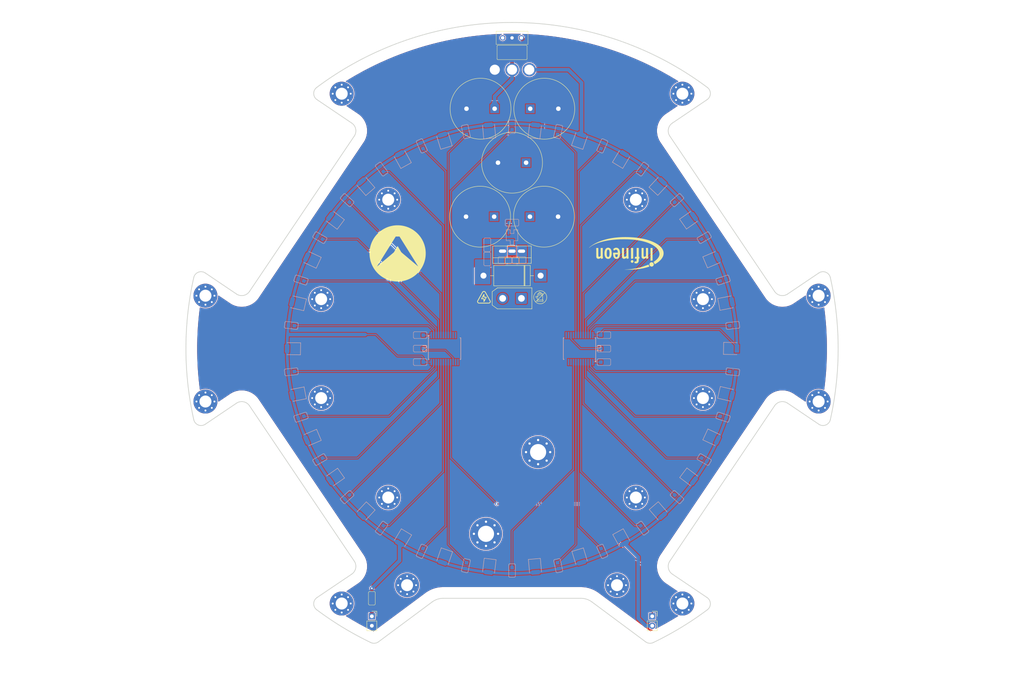
<source format=kicad_pcb>
(kicad_pcb (version 20240108) (generator "pcbnew") (generator_version "8.0")
  (layers (0 "F.Cu" signal) (31 "B.Cu" signal) (34 "B.Paste" user) (35 "F.Paste" user) (36 "B.SilkS" user "B.Silkscreen") (37 "F.SilkS" user "F.Silkscreen") (38 "B.Mask" user) (39 "F.Mask" user) (44 "Edge.Cuts" user))
  (net 0 "")
  (net 1 "GND")
  (net 2 "+3V3")
  (net 3 "Net-(Q1-S)")
  (net 4 "+48V")
  (net 5 "+12V")
  (net 6 "Net-(Q1-G)")
  (net 7 "/Sol")
  (net 8 "Net-(C4-Pad1)")
  (net 9 "/S0")
  (net 10 "Net-(D37-A)")
  (net 29 "/LG")
  (net 186 "Net-(SW2-C)")
  (net 190 "Net-(J1-Pin_1)")
  (net 195 "/M1")
  (net 196 "Net-(U1-~{E})")
  (net 197 "/M2")
  (net 198 "Net-(U2-~{E})")
  (net 199 "/S1")
  (net 200 "/S2")
  (net 201 "/S3")
  (net 202 "Net-(U1-I3)")
  (net 203 "Net-(U1-I2)")
  (net 204 "Net-(U1-I1)")
  (net 206 "Net-(U1-I0)")
  (net 207 "Net-(U1-I4)")
  (net 208 "Net-(U1-I5)")
  (net 209 "Net-(U1-I6)")
  (net 210 "Net-(U1-I7)")
  (net 211 "Net-(U1-I8)")
  (net 212 "Net-(U1-I9)")
  (net 213 "Net-(U1-I10)")
  (net 214 "Net-(U1-I11)")
  (net 215 "Net-(U1-I12)")
  (net 216 "Net-(U1-I13)")
  (net 217 "Net-(U1-I14)")
  (net 218 "Net-(U2-I0)")
  (net 219 "Net-(U2-I1)")
  (net 220 "Net-(U2-I2)")
  (net 221 "Net-(U2-I3)")
  (net 222 "Net-(U2-I4)")
  (net 223 "Net-(U2-I5)")
  (net 224 "Net-(U2-I6)")
  (net 225 "Net-(U2-I7)")
  (net 226 "Net-(U2-I8)")
  (net 227 "Net-(U2-I9)")
  (net 228 "Net-(U2-I10)")
  (net 229 "Net-(U2-I11)")
  (net 230 "Net-(U2-I12)")
  (net 231 "Net-(U2-I13)")
  (net 232 "Net-(U2-I14)")
  (footprint "MountingHole:MountingHole_3.2mm_M3_Pad_Via" (layer "F.Cu") (at 66.708857 119.114136)
    (property "Reference" "MTH9" (hide yes))
    (property "Value" "MountingHole_Pad")
  )
  (footprint "2024l1:res2512" (layer "F.Cu") (at 148.5 26)
    (property "Reference" "R58" (hide yes))
    (property "Value" "20k")
  )
  (footprint "MountingHole:MountingHole_3.2mm_M3_Pad_Via" (layer "F.Cu") (at 176.5 168.109987)
    (property "Reference" "MTH4" (hide yes))
    (property "Value" "MountingHole_Pad")
  )
  (footprint "MountingHole:MountingHole_3.2mm_M3_Pad_Via" (layer "F.Cu") (at 230.291143 90.885864)
    (property "Reference" "MTH12" (hide yes))
    (property "Value" "MountingHole_Pad")
  )
  (footprint "2024l1:14 AWG" (layer "F.Cu") (at 153.1 30.6 90)
    (property "Reference" "TP3" (hide yes))
    (property "Value" "3v3" (hide yes))
  )
  (footprint "2024l1:CP_Radial_D16.0mm_P7.50mm" (layer "F.Cu") (at 157.1 41)
    (property "Reference" "C9" (hide yes))
    (property "Value" "1000uF")
  )
  (footprint "MountingHole:MountingHole_4.3mm_M4_Pad_Via" (layer "F.Cu") (at 141.55 154.409987)
    (property "Reference" "KM1" (hide yes))
    (property "Value" "M4")
  )
  (footprint "Connector_PinSocket_2.54mm:PinSocket_1x02_P2.54mm_Vertical" (layer "F.Cu") (at 111.1 176.4)
    (property "Reference" "J1" (hide yes))
    (property "Value" "LED")
  )
  (footprint "MountingHole:MountingHole_3.2mm_M3_Pad_Via" (layer "F.Cu") (at 115.470793 144.725365)
    (property "Reference" "MTH5" (hide yes))
    (property "Value" "MountingHole_Pad")
  )
  (footprint "MountingHole:MountingHole_3.2mm_M3_Pad_Via" (layer "F.Cu") (at 103.056395 36.998421)
    (property "Reference" "MTH17" (hide yes))
    (property "Value" "MountingHole_Pad")
  )
  (footprint "2024l1:AMASS_XT30-F" (layer "F.Cu") (at 148.5 91.6 180)
    (property "Reference" "J5" (hide yes))
    (property "Value" "XT30")
  )
  (footprint "MountingHole:MountingHole_3.2mm_M3_Pad_Via" (layer "F.Cu") (at 97.57662 91.803837)
    (property "Reference" "MTH13" (hide yes))
    (property "Value" "MountingHole_Pad" (hide yes))
  )
  (footprint "2024l1:CP_Radial_D16.0mm_P7.50mm" (layer "F.Cu") (at 157.025 69.800999)
    (property "Reference" "C6" (hide yes))
    (property "Value" "1000uF")
  )
  (footprint "2024l1:TO-220-3_Vertical" (layer "F.Cu") (at 151.04 79 180)
    (property "Reference" "Q1" (hide yes))
    (property "Value" "STP75NF75")
  )
  (footprint "2024l1:SEN Logo Mini" (layer "F.Cu") (at 118 79.6 180)
    (property "Reference" "LOGO2" (hide yes))
    (property "Value" "~")
  )
  (footprint "MountingHole:MountingHole_3.2mm_M3_Pad_Via" (layer "F.Cu") (at 181.529207 65.274635)
    (property "Reference" "MTH16" (hide yes))
    (property "Value" "MountingHole_Pad")
  )
  (footprint "2024l1:14 AWG" (layer "F.Cu") (at 143.9 30.6 90)
    (property "Reference" "TP1" (hide yes))
    (property "Value" "GND" (hide yes))
  )
  (footprint "MountingHole:MountingHole_3.2mm_M3_Pad_Via" (layer "F.Cu") (at 193.943605 173.001579)
    (property "Reference" "MTH2" (hide yes))
    (property "Value" "MountingHole_Pad")
  )
  (footprint "Diode_THT:D_DO-201AD_P15.24mm_Horizontal" (layer "F.Cu") (at 156.12 85.54 180)
    (property "Reference" "D37" (hide yes))
    (property "Value" "1N5401" (hide yes))
  )
  (footprint "MountingHole:MountingHole_3.2mm_M3_Pad_Via" (layer "F.Cu") (at 193.943605 36.998421)
    (property "Reference" "MTH18" (hide yes))
    (property "Value" "MountingHole_Pad")
  )
  (footprint "2024l1:Infineon Smaller" (layer "F.Cu") (at 179 79.6 180)
    (property "Reference" "LOGO1" (hide yes))
    (property "Value" "~" (hide yes))
  )
  (footprint "MountingHole:MountingHole_4.3mm_M4_Pad_Via" (layer "F.Cu") (at 155.45 132.609987)
    (property "Reference" "KM2" (hide yes))
    (property "Value" "M4")
  )
  (footprint "MountingHole:MountingHole_3.2mm_M3_Pad_Via" (layer "F.Cu") (at 230.291143 119.114136)
    (property "Reference" "MTH10" (hide yes))
    (property "Value" "MountingHole_Pad")
  )
  (footprint "2024l1:CP_Radial_D16.0mm_P7.50mm" (layer "F.Cu") (at 140.1 41 180)
    (property "Reference" "C7" (hide yes))
    (property "Value" "1000uF")
  )
  (footprint "MountingHole:MountingHole_3.2mm_M3_Pad_Via" (layer "F.Cu") (at 97.57662 118.196163)
    (property "Reference" "MTH7" (hide yes))
    (property "Value" "MountingHole_Pad" (hide yes))
  )
  (footprint "2024l1:14 AWG" (layer "F.Cu") (at 148.5 30.6 90)
    (property "Reference" "TP2" (hide yes))
    (property "Value" "48V" (hide yes))
  )
  (footprint "2024l1:SS12D00G3" (layer "F.Cu") (at 148.5 22.1)
    (property "Reference" "SW2" (hide yes))
    (property "Value" "SW_SPDT" (hide yes))
  )
  (footprint "MountingHole:MountingHole_3.2mm_M3_Pad_Via" (layer "F.Cu") (at 66.708857 90.885864)
    (property "Reference" "MTH11" (hide yes))
    (property "Value" "MountingHole_Pad")
  )
  (footprint "2024l1:res0603" (layer "F.Cu") (at 111.1 171.6 90)
    (property "Reference" "R84" (hide yes))
    (property "Value" "10k")
  )
  (footprint "MountingHole:MountingHole_3.2mm_M3_Pad_Via" (layer "F.Cu") (at 181.529207 144.725365)
    (property "Reference" "MTH6" (hide yes))
    (property "Value" "MountingHole_Pad" (hide yes))
  )
  (footprint "2024l1:CP_Radial_D16.0mm_P7.50mm" (layer "F.Cu") (at 139.975001 69.8 180)
    (property "Reference" "C5" (hide yes))
    (property "Value" "1000uF")
  )
  (footprint "MountingHole:MountingHole_3.2mm_M3_Pad_Via" (layer "F.Cu") (at 115.470793 65.274635)
    (property "Reference" "MTH15" (hide yes))
    (property "Value" "MountingHole_Pad")
  )
  (footprint "MountingHole:MountingHole_3.2mm_M3_Pad_Via" (layer "F.Cu") (at 199.42338 91.803837)
    (property "Reference" "MTH14" (hide yes))
    (property "Value" "MountingHole_Pad" (hide yes))
  )
  (footprint "MountingHole:MountingHole_3.2mm_M3_Pad_Via" (layer "F.Cu") (at 120.5 168.109987)
    (property "Reference" "MTH3" (hide yes))
    (property "Value" "MountingHole_Pad")
  )
  (footprint "MountingHole:MountingHole_3.2mm_M3_Pad_Via" (layer "F.Cu") (at 103.056395 173.001579)
    (property "Reference" "MTH1" (hide yes))
    (property "Value" "MountingHole_Pad")
  )
  (footprint "MountingHole:MountingHole_3.2mm_M3_Pad_Via" (layer "F.Cu") (at 199.42338 118.196163)
    (property "Reference" "MTH8" (hide yes))
    (property "Value" "MountingHole_Pad" (hide yes))
  )
  (footprint "2024l1:CP_Radial_D16.0mm_P7.50mm" (layer "F.Cu") (at 148.5 55.4 180)
    (property "Reference" "C8" (hide yes))
    (property "Value" "1000uF")
  )
  (footprint "Connector_PinSocket_2.54mm:PinSocket_1x02_P2.54mm_Vertical" (layer "F.Cu") (at 185.9 176.4)
    (property "Reference" "J4" (hide yes))
    (property "Value" "LDR")
  )
  (footprint "2024l1:res0603" (layer "B.Cu") (at 173 105 180)
    (property "Reference" "R49" (hide yes))
    (property "Value" "10K")
  )
  (footprint "2024l1:ALS-PT19 (Top Side)" (layer "B.Cu") (at 113.703113 57.106194 -54)
    (property "Reference" "R19" (hide yes))
    (property "Value" "C146233")
  )
  (footprint "2024l1:res0603" (layer "B.Cu") (at 124 105)
    (property "Reference" "R51" (hide yes))
    (property "Value" "10K")
  )
  (footprint "2024l1:cap0603" (layer "B.Cu") (at 173 101.4)
    (property "Reference" "C1" (hide yes))
    (property "Value" "0.1u" (hide yes))
  )
  (footprint "2024l1:ALS-PT19 (Top Side)" (layer "B.Cu") (at 104.505826 65.387468 -42)
    (property "Reference" "R20" (hide yes))
    (property "Value" "C146233")
  )
  (footprint "2024l1:ALS-PT19 (Top Side)" (layer "B.Cu") (at 172.578809 159.081891 114)
    (property "Reference" "R3" (hide yes))
    (property "Value" "C146233")
  )
  (footprint "2024l1:ALS-PT19 (Top Side)" (layer "B.Cu") (at 97.231296 134.6 30)
    (property "Reference" "R26" (hide yes))
    (property "Value" "C146233")
  )
  (footprint "2024l1:ALS-PT19 (Top Side)" (layer "B.Cu") (at 204.802546 86.706194 -162)
    (property "Reference" "R10" (hide yes))
    (property "Value" "C146233")
  )
  (footprint "2024l1:led2835" (layer "B.Cu") (at 101.085315 139.478448 -145)
    (property "Reference" "D26" (hide yes))
    (property "Value" "LED")
  )
  (footprint "2024l1:led2835" (layer "B.Cu") (at 109.289912 148.583078 -133)
    (property "Reference" "D27" (hide yes))
    (property "Value" "LED")
  )
  (footprint "2024l1:led2835" (layer "B.Cu") (at 130.360991 49.251528 107)
    (property "Reference" "D17" (hide yes))
    (property "Value" "LED")
  )
  (footprint "2024l1:led2835" (layer "B.Cu") (at 205.839119 92.787661 11)
    (property "Reference" "D9" (hide yes))
    (property "Value" "LED")
  )
  (footprint "2024l1:ALS-PT19 (Top Side)" (layer "B.Cu") (at 89.624304 98.811915 -6)
    (property "Reference" "R23" (hide yes))
    (property "Value" "C146233")
  )
  (footprint "2024l1:cap0603" (layer "B.Cu") (at 141.9 77.3 90)
    (property "Reference" "C4" (hide yes))
    (property "Value" "1500pF")
  )
  (footprint "2024l1:led2835" (layer "B.Cu") (at 195.914685 70.521552 35)
    (property "Reference" "D11" (hide yes))
    (property "Value" "LED")
  )
  (footprint "2024l1:ALS-PT19 (Top Side)" (layer "B.Cu") (at 124.421191 159.081891 66)
    (property "Reference" "R29" (hide yes))
    (property "Value" "C146233")
  )
  (footprint "2024l1:led2835" (layer "B.Cu") (at 91.150903 92.834607 167)
    (property "Reference" "D22" (hide yes))
    (property "Value" "LED")
  )
  (footprint "2024l1:led2835" (layer "B.Cu") (at 177.791822 54.217081 59)
    (property "Reference" "D13" (hide yes))
    (property "Value" "LED")
  )
  (footprint "2024l1:ALS-PT19 (Top Side)" (layer "B.Cu") (at 199.768704 75.4 -150)
    (property "Reference" "R11" (hide yes))
    (property "Value" "C146233")
  )
  (footprint "2024l1:res0603" (layer "B.Cu") (at 146.6 81.4 180)
    (property "Reference" "R56" (hide yes))
    (property "Value" "10K")
  )
  (footprint "2024l1:led2835" (layer "B.Cu") (at 142.395863 163.306563 -97)
    (property "Reference" "D30" (hide yes))
    (property "Value" "LED")
  )
  (footprint "2024l1:led2835" (layer "B.Cu") (at 91.160881 117.212339 -169)
    (property "Reference" "D24" (hide yes))
    (property "Value" "LED")
  )
  (footprint "2024l1:res0603" (layer "B.Cu") (at 141.89 81.1 90)
    (property "Reference" "R54" (hide yes))
    (property "Value" "20R")
  )
  (footprint "2024l1:ALS-PT19 (Top Side)" (layer "B.Cu") (at 136.191628 47.093662 -78)
    (property "Reference" "R17" (hide yes))
    (property "Value" "C146233")
  )
  (footprint "2024l1:ALS-PT19 (Top Side)" (layer "B.Cu") (at 148.5 45.8 -90)
    (property "Reference" "R16" (hide yes))
    (property "Value" "C146233")
  )
  (footprint "2024l1:led2835" (layer "B.Cu") (at 119.166613 54.241078 119)
    (property "Reference" "D18" (hide yes))
    (property "Value" "LED")
  )
  (footprint "2024l1:res0603" (layer "B.Cu") (at 173 108.6 180)
    (property "Reference" "R48" (hide yes))
    (property "Value" "3K24")
  )
  (footprint "2024l1:led2835" (layer "B.Cu") (at 187.710088 61.416922 47)
    (property "Reference" "D12" (hide yes))
    (property "Value" "LED")
  )
  (footprint "2024l1:SOT95P237X112-3N" (layer "B.Cu") (at 148.5 75.2875 -90)
    (property "Reference" "Q2" (hide yes))
    (property "Value" "IRLML6344TRPBF" (hide yes))
  )
  (footprint "2024l1:led2835" (layer "B.Cu") (at 119.208178 155.782919 -121)
    (property "Reference" "D28" (hide yes))
    (property "Value" "LED")
  )
  (footprint "2024l1:ALS-PT19 (Top Side)" (layer "B.Cu") (at 136.191628 162.906338 78)
    (property "Reference" "R30" (hide yes))
    (property "Value" "C146233")
  )
  (footprint "2024l1:led2835" (layer "B.Cu") (at 130.406637 160.763303 -109)
    (property "Reference" "D29" (hide yes))
    (property "Value" "LED")
  )
  (footprint "Package_SO:SSOP-24_5.3x8.2mm_P0.65mm" (layer "B.Cu") (at 166.5 105 90)
    (property "Reference" "U1")
    (property "Value" "CD74HC4067SM")
  )
  (footprint "2024l1:ALS-PT19 (Top Side)" (layer "B.Cu") (at 183.296887 57.106194 -126)
    (property "Reference" "R13" (hide yes))
    (property "Value" "C146233")
  )
  (footprint "2024l1:led2835" (layer "B.Cu") (at 154.651869 163.301546 -85)
    (property "Reference" "D1" (hide yes))
    (property "Value" "LED")
  )
  (footprint "2024l1:led2835" (layer "B.Cu") (at 142.348131 46.698454 95)
    (property "Reference" "D16" (hide yes))
    (property "Value" "LED")
  )
  (footprint "2024l1:ALS-PT19 (Top Side)" (layer "B.Cu") (at 199.768704 134.6 150)
    (property "Reference" "R6" (hide yes))
    (property "Value" "C146233")
  )
  (footprint "2024l1:led2835" (layer "B.Cu") (at 205.849097 117.165393 -13)
    (property "Reference" "D7" (hide yes))
    (property "Value" "LED")
  )
  (footprint "2024l1:led2835" (layer "B.Cu") (at 166.639009 160.748472 -73)
    (property "Reference" "D2" (hide yes))
    (property "Value" "LED")
  )
  (footprint "2024l1:ALS-PT19 (Top Side)" (layer "B.Cu") (at 192.494174 144.612532 138)
    (property "Reference" "R5" (hide yes))
    (property "Value" "C146233")
  )
  (footprint "2024l1:ALS-PT19 (Top Side)" (layer "B.Cu") (at 148.5 164.2 90)
    (property "Reference" "R1" (hide yes))
    (property "Value" "C146233")
  )
  (footprint "2024l1:led2835" (layer "B.Cu") (at 177.833387 155.758922 -61)
    (property "Reference" "D3" (hide yes))
    (property "Value" "LED")
  )
  (footprint "2024l1:ALS-PT19 (Top Side)" (layer "B.Cu") (at 192.494174 65.387468 -138)
    (property "Reference" "R12" (hide yes))
    (property "Value" "C146233")
  )
  (footprint "2024l1:ALS-PT19 (Top Side)" (layer "B.Cu") (at 113.703113 152.893806 54)
    (property "Reference" "R28" (hide yes))
    (property "Value" "C146233")
  )
  (footprint "2024l1:cap0603" (layer "B.Cu") (at 124 108.6 180)
    (property "Reference" "C2" (hide yes))
    (property "Value" "0.1u")
  )
  (footprint "2024l1:ALS-PT19 (Top Side)" (layer "B.Cu") (at 207.375696 111.188085 174)
    (property "Reference" "R8" (hide yes))
    (property "Value" "C146233")
  )
  (footprint "2024l1:led2835" (layer "B.Cu") (at 207.125209 104.976003 -1)
    (property "Reference" "D8" (hide yes))
    (property "Value" "LED")
  )
  (footprint "2024l1:ALS-PT19 (Top Side)" (layer "B.Cu") (at 160.808372 162.906338 102)
    (property "Reference" "R2" (hide yes))
    (property "Value" "C146233")
  )
  (footprint "2024l1:ALS-PT19 (Top Side)" (layer "B.Cu") (at 92.197454 123.293806 18)
    (property "Reference" "R25" (hide yes))
    (property "Value" "C146233")
  )
  (footprint "2024l1:res0603" (layer "B.Cu") (at 124 101.4)
    (property "Reference" "R50" (hide yes))
    (property "Value" "3K24" (hide yes))
  )
  (footprint "Package_SO:SSOP-24_5.3x8.2mm_P0.65mm" (layer "B.Cu") (at 130.5 105 -90)
    (property "Reference" "U2")
    (property "Value" "CD74HC4067SM" (hide yes))
  )
  (footprint "2024l1:led2835" (layer "B.Cu") (at 109.254245 61.449036 131)
    (property "Reference" "D19" (hide yes))
    (property "Value" "LED")
  )
  (footprint "2024l1:led2835" (layer "B.Cu") (at 195.942896 139.439619 -37)
    (property "Reference" "D5" (hide yes))
    (property "Value" "LED")
  )
  (footprint "2024l1:res0603" (layer "B.Cu") (at 148.5 71.4)
    (property "Reference" "R57" (hide yes))
    (property "Value" "1K")
  )
  (footprint "2024l1:ALS-PT19 (Top Side)" (layer "B.Cu") (at 207.375696 98.811915 -174)
    (property "Reference" "R9" (hide yes))
    (property "Value" "C146233")
  )
  (footprint "2024l1:res0603" (layer "B.Cu") (at 150.4 81.4)
    (property "Reference" "R55" (hide yes))
    (property "Value" "1K")
  )
  (footprint "2024l1:led2835" (layer "B.Cu") (at 101.057104 70.560381 143)
    (property "Reference" "D20" (hide yes))
    (property "Value" "LED")
  )
  (footprint "2024l1:ALS-PT19 (Top Side)" (layer "B.Cu") (at 204.802546 123.293806 162)
    (property "Reference" "R7" (hide yes))
    (property "Value" "C146233")
  )
  (footprint "2024l1:led2835" (layer "B.Cu") (at 94.933446 81.176902 155)
    (property "Reference" "D21" (hide yes))
    (property "Value" "LED")
  )
  (footprint "2024l1:led2835" (layer "B.Cu") (at 166.593363 49.236697 71)
    (property "Reference" "D14" (hide yes))
    (property "Value" "LED")
  )
  (footprint "2024l1:led2835" (layer "B.Cu") (at 89.874791 105.023997 179)
    (property "Reference" "D23" (hide yes))
    (property "Value" "LED")
  )
  (footprint "2024l1:ALS-PT19 (Top Side)" (layer "B.Cu") (at 124.421191 50.918109 -66)
    (property "Reference" "R18" (hide yes))
    (property "Value" "C146233")
  )
  (footprint "2024l1:led2835" (layer "B.Cu") (at 154.604137 46.693437 83)
    (property "Reference" "D15" (hide yes))
    (property "Value" "LED")
  )
  (footprint "2024l1:ALS-PT19 (Top Side)" (layer "B.Cu") (at 92.197454 86.706194 -18)
    (property "Reference" "R22" (hide yes))
    (property "Value" "C146233")
  )
  (footprint "2024l1:ALS-PT19 (Top Side)" (layer "B.Cu") (at 89.624304 111.188085 6)
    (property "Reference" "R24" (hide yes))
    (property "Value" "C146233")
  )
  (footprint "2024l1:led2835" (layer "B.Cu") (at 94.952967 128.866944 -157)
    (property "Reference" "D25" (hide yes))
    (property "Value" "LED")
  )
  (footprint "2024l1:ALS-PT19 (Top Side)" (layer "B.Cu") (at 183.296887 152.893806 126)
    (property "Reference" "R4" (hide yes))
    (property "Value" "C146233")
  )
  (footprint "2024l1:led2835" (layer "B.Cu") (at 187.745755 148.550964 -49)
    (property "Reference" "D4" (hide yes))
    (property "Value" "LED")
  )
  (footprint "2024l1:ALS-PT19 (Top Side)" (layer "B.Cu") (at 172.578809 50.918109 -114)
    (property "Reference" "R14" (hide yes))
    (property "Value" "C146233")
  )
  (footprint "2024l1:ALS-PT19 (Top Side)" (layer "B.Cu") (at 104.505826 144.612532 42)
    (property "Reference" "R27" (hide yes))
    (property "Value" "C146233")
  )
  (footprint "2024l1:ALS-PT19 (Top Side)" (layer "B.Cu") (at 160.808372 47.093662 -102)
    (property "Reference" "R15" (hide yes))
    (property "Value" "C146233")
  )
  (footprint "2024l1:led2835" (layer "B.Cu") (at 202.066554 128.823098 -25)
    (property "Reference" "D6" (hide yes))
    (property "Value" "LED")
  )
  (footprint "2024l1:ALS-PT19 (Top Side)" (layer "B.Cu") (at 97.231296 75.4 -30)
    (property "Reference" "R21" (hide yes))
    (property "Value" "C146233")
  )
  (footprint "2024l1:led2835" (layer "B.Cu") (at 202.047033 81.133056 23)
    (property "Reference" "D10" (hide yes))
    (property "Value" "LED")
  )
  (gr_arc (start 208.171315 111.271708) (mid 88.582227 101.859847) (end 208.500001 105) (stroke (width 0.8)) (layer "B.Cu") (net 2))
  (gr_poly (pts (xy 141.011301 90.442944) (xy 141.018258 90.443661) (xy 141.025057 90.444749) (xy 141.031631 90.446209) (xy 141.037919 90.448042) (xy 141.043855 90.450252) (xy 141.049376 90.452841) (xy 141.051548 90.454004) (xy 141.053818 90.455365) (xy 141.056168 90.456909) (xy 141.058581 90.458617) (xy 141.06104 90.460475) (xy 141.063527 90.462465) (xy 141.066024 90.464571) (xy 141.068514 90.466775) (xy 141.070979 90.469063) (xy 141.073402 90.471417) (xy 141.075765 90.47382) (xy 141.07805 90.476256) (xy 141.080241 90.478709) (xy 141.082318 90.481162) (xy 141.084266 90.483598) (xy 141.086065 90.486002) (xy 141.102293 90.509285) (xy 141.10441 90.845835) (xy 141.106526 91.183091) (xy 141.387337 91.183091) (xy 141.479871 91.183122) (xy 141.517424 91.183198) (xy 141.549758 91.183344) (xy 141.577318 91.183586) (xy 141.600546 91.183947) (xy 141.610674 91.184179) (xy 141.619886 91.18445) (xy 141.628236 91.184762) (xy 141.635781 91.185119) (xy 141.642575 91.185524) (xy 141.648675 91.185979) (xy 141.654135 91.186488) (xy 141.659011 91.187053) (xy 141.663358 91.187677) (xy 141.667232 91.188364) (xy 141.670688 91.189116) (xy 141.673782 91.189937) (xy 141.676569 91.190829) (xy 141.679104 91.191795) (xy 141.681443 91.192838) (xy 141.683642 91.193962) (xy 141.685755 91.195169) (xy 141.687838 91.196462) (xy 141.692137 91.199318) (xy 141.698048 91.203457) (xy 141.703601 91.207922) (xy 141.708789 91.21269) (xy 141.713602 91.21774) (xy 141.71803 91.223051) (xy 141.722064 91.2286) (xy 141.725696 91.234367) (xy 141.728914 91.240329) (xy 141.731712 91.246464) (xy 141.734078 91.252752) (xy 141.736004 91.25917) (xy 141.73748 91.265696) (xy 141.738498 91.272309) (xy 141.739047 91.278987) (xy 141.739119 91.285709) (xy 141.738704 91.292452) (xy 141.733849 91.307107) (xy 141.72037 91.33667) (xy 141.664532 91.446175) (xy 141.56517 91.632276) (xy 141.416265 91.906285) (xy 141.186783 92.325385) (xy 141.113846 92.457545) (xy 141.083243 92.511652) (xy 141.079321 92.516768) (xy 141.075108 92.521533) (xy 141.070624 92.525948) (xy 141.065889 92.530014) (xy 141.060922 92.533731) (xy 141.055742 92.5371) (xy 141.050369 92.540121) (xy 141.044823 92.542795) (xy 141.039123 92.545124) (xy 141.033288 92.547106) (xy 141.027338 92.548744) (xy 141.021293 92.550037) (xy 141.015172 92.550987) (xy 141.008994 92.551593) (xy 141.00278 92.551858) (xy 140.996548 92.55178) (xy 140.990318 92.551362) (xy 140.984109 92.550603) (xy 140.977942 92.549504) (xy 140.971835 92.548066) (xy 140.965809 92.54629) (xy 140.959882 92.544176) (xy 140.954074 92.541725) (xy 140.948405 92.538937) (xy 140.942893 92.535813) (xy 140.93756 92.532354) (xy 140.932423 92.528561) (xy 140.927504 92.524433) (xy 140.92282 92.519972) (xy 140.918392 92.515179) (xy 140.91424 92.510053) (xy 140.910382 92.504596) (xy 140.906388 92.496984) (xy 140.903304 92.485238) (xy 140.900981 92.466149) (xy 140.899269 92.43651) (xy 140.897086 92.332749) (xy 140.895565 92.148291) (xy 140.893448 91.811035) (xy 140.612637 91.811035) (xy 140.520103 91.811004) (xy 140.482551 91.810928) (xy 140.450216 91.810782) (xy 140.422657 91.81054) (xy 140.399429 91.81018) (xy 140.3893 91.809947) (xy 140.380089 91.809676) (xy 140.371738 91.809364) (xy 140.364194 91.809007) (xy 140.357399 91.808602) (xy 140.3513 91.808147) (xy 140.34584 91.807638) (xy 140.340964 91.807073) (xy 140.336617 91.806449) (xy 140.332743 91.805762) (xy 140.329287 91.80501) (xy 140.326193 91.804189) (xy 140.323406 91.803297) (xy 140.320871 91.802331) (xy 140.318531 91.801288) (xy 140.316333 91.800164) (xy 140.31422 91.798957) (xy 140.312136 91.797664) (xy 140.307837 91.794808) (xy 140.301927 91.790669) (xy 140.296373 91.786204) (xy 140.291186 91.781436) (xy 140.286373 91.776386) (xy 140.281945 91.771075) (xy 140.27791 91.765526) (xy 140.274279 91.759759) (xy 140.27106 91.753797) (xy 140.268263 91.747661) (xy 140.265897 91.741374) (xy 140.263971 91.734956) (xy 140.262494 91.72843) (xy 140.261477 91.721817) (xy 140.260927 91.715139) (xy 140.260856 91.708417) (xy 140.261271 91.701674) (xy 140.266125 91.687019) (xy 140.279604 91.657456) (xy 140.312821 91.592313) (xy 140.549843 91.592313) (xy 140.550823 91.592974) (xy 140.554211 91.593632) (xy 140.567724 91.594926) (xy 140.618282 91.59734) (xy 140.69371 91.599358) (xy 140.786204 91.60078) (xy 140.860771 91.601535) (xy 140.891545 91.601915) (xy 140.918396 91.602323) (xy 140.941639 91.602781) (xy 140.961585 91.60331) (xy 140.978549 91.603929) (xy 140.992844 91.60466) (xy 141.004781 91.605524) (xy 141.009964 91.606011) (xy 141.014676 91.60654) (xy 141.018955 91.607112) (xy 141.02284 91.60773) (xy 141.026371 91.608396) (xy 141.029588 91.609114) (xy 141.032528 91.609885) (xy 141.035231 91.610713) (xy 141.037737 91.6116) (xy 141.040084 91.612548) (xy 141.042312 91.61356) (xy 141.044459 91.614639) (xy 141.048671 91.617007) (xy 141.051223 91.61855) (xy 141.05384 91.620257) (xy 141.056504 91.622108) (xy 141.059199 91.624085) (xy 141.061906 91.62617) (xy 141.064608 91.628343) (xy 141.067287 91.630587) (xy 141.069926 91.632882) (xy 141.072506 91.635211) (xy 141.075012 91.637554) (xy 141.077424 91.639893) (xy 141.079726 91.642209) (xy 141.0819 91.644484) (xy 141.083928 91.646699) (xy 141.085792 91.648835) (xy 141.087476 91.650874) (xy 141.092171 91.658005) (xy 141.094107 91.66192) (xy 141.095799 91.666385) (xy 141.097273 91.67164) (xy 141.098551 91.677924) (xy 141.100617 91.69453) (xy 141.102187 91.718115) (xy 141.10345 91.750589) (xy 141.105821 91.849841) (xy 141.109348 92.028346) (xy 141.278682 91.717902) (xy 141.398803 91.496886) (xy 141.450132 91.401813) (xy 141.449152 91.401152) (xy 141.445763 91.400494) (xy 141.43225 91.3992) (xy 141.381693 91.396786) (xy 141.306264 91.394768) (xy 141.213771 91.393346) (xy 141.139204 91.392591) (xy 141.10843 91.392211) (xy 141.081578 91.391803) (xy 141.058336 91.391345) (xy 141.038389 91.390816) (xy 141.021425 91.390197) (xy 141.007131 91.389466) (xy 140.995193 91.388602) (xy 140.99001 91.388115) (xy 140.985299 91.387586) (xy 140.98102 91.387014) (xy 140.977134 91.386396) (xy 140.973603 91.38573) (xy 140.970387 91.385012) (xy 140.967447 91.384241) (xy 140.964743 91.383413) (xy 140.962238 91.382526) (xy 140.95989 91.381578) (xy 140.957663 91.380566) (xy 140.955515 91.379487) (xy 140.951304 91.377119) (xy 140.948752 91.375576) (xy 140.946135 91.373869) (xy 140.94347 91.372018) (xy 140.940776 91.370041) (xy 140.938069 91.367956) (xy 140.935367 91.365783) (xy 140.932688 91.363539) (xy 140.930049 91.361244) (xy 140.927468 91.358915) (xy 140.924963 91.356572) (xy 140.92255 91.354233) (xy 140.920248 91.351917) (xy 140.918075 91.349642) (xy 140.916047 91.347427) (xy 140.914182 91.345291) (xy 140.912498 91.343252) (xy 140.907803 91.336121) (xy 140.905868 91.332206) (xy 140.904175 91.327741) (xy 140.902701 91.322486) (xy 140.901423 91.316202) (xy 140.899357 91.299596) (xy 140.897788 91.276011) (xy 140.896524 91.243537) (xy 140.894154 91.144285) (xy 140.890626 90.96578) (xy 140.721293 91.276224) (xy 140.601172 91.497239) (xy 140.549843 91.592313) (xy 140.312821 91.592313) (xy 140.335442 91.547951) (xy 140.434804 91.36185) (xy 140.583709 91.087841) (xy 140.812574 90.669094) (xy 140.91391 90.485296) (xy 140.915197 90.48353) (xy 140.916666 90.481679) (xy 140.9183 90.47976) (xy 140.920083 90.477789) (xy 140.921999 90.47578) (xy 140.92403 90.47375) (xy 140.92616 90.471713) (xy 140.928373 90.469686) (xy 140.930653 90.467683) (xy 140.932982 90.465721) (xy 140.935343 90.463815) (xy 140.937722 90.46198) (xy 140.9401 90.460232) (xy 140.942462 90.458586) (xy 140.944791 90.457058) (xy 140.947071 90.455663) (xy 140.952095 90.452794) (xy 140.957602 90.450275) (xy 140.963525 90.448107) (xy 140.969803 90.446292) (xy 140.976369 90.444833) (xy 140.983161 90.443732) (xy 140.990115 90.44299) (xy 140.997165 90.44261) (xy 141.004248 90.442594)) (fill solid) (layer "F.SilkS"))
  (gr_poly (pts (xy 141.028947 89.632559) (xy 141.059926 89.634319) (xy 141.074673 89.635652) (xy 141.08874 89.637286) (xy 141.101991 89.63922) (xy 141.114287 89.641452) (xy 141.138576 89.647322) (xy 141.162713 89.654583) (xy 141.186629 89.663185) (xy 141.210254 89.673081) (xy 141.233519 89.68422) (xy 141.256356 89.696555) (xy 141.278695 89.710038) (xy 141.300466 89.724619) (xy 141.3216 89.740251) (xy 141.342029 89.756883) (xy 141.361682 89.774469) (xy 141.380491 89.792959) (xy 141.398387 89.812305) (xy 141.415299 89.832458) (xy 141.431159 89.853369) (xy 141.445898 89.874991) (xy 142.107886 91.059442) (xy 142.758232 92.234369) (xy 142.765482 92.251732) (xy 142.772146 92.269397) (xy 142.778217 92.287316) (xy 142.783687 92.305442) (xy 142.788549 92.32373) (xy 142.792797 92.342132) (xy 142.796422 92.360603) (xy 142.799418 92.379096) (xy 142.801778 92.397563) (xy 142.803493 92.415959) (xy 142.804558 92.434238) (xy 142.804964 92.452352) (xy 142.804704 92.470255) (xy 142.803772 92.487901) (xy 142.802159 92.505243) (xy 142.799859 92.522235) (xy 142.793647 92.555673) (xy 142.785613 92.588224) (xy 142.77579 92.619845) (xy 142.764207 92.650492) (xy 142.750896 92.680122) (xy 142.735888 92.708692) (xy 142.719214 92.736158) (xy 142.700905 92.762477) (xy 142.680992 92.787605) (xy 142.659506 92.811499) (xy 142.636478 92.834116) (xy 142.611939 92.855412) (xy 142.58592 92.875343) (xy 142.558452 92.893867) (xy 142.529566 92.91094) (xy 142.499293 92.926519) (xy 142.464995 92.943601) (xy 142.429035 92.956152) (xy 142.37037 92.964867) (xy 142.267959 92.970439) (xy 141.847723 92.974937) (xy 140.999987 92.975202) (xy 140.508934 92.975243) (xy 140.147478 92.974871) (xy 140.008614 92.974298) (xy 139.89407 92.973342) (xy 139.801152 92.97191) (xy 139.76196 92.970987) (xy 139.727165 92.96991) (xy 139.69643 92.968668) (xy 139.669417 92.967249) (xy 139.645791 92.965641) (xy 139.625215 92.963833) (xy 139.607352 92.961813) (xy 139.591865 92.95957) (xy 139.578417 92.957091) (xy 139.566673 92.954366) (xy 139.556295 92.951382) (xy 139.546947 92.948129) (xy 139.538292 92.944593) (xy 139.529993 92.940765) (xy 139.493626 92.922285) (xy 139.478914 92.914899) (xy 139.464667 92.907285) (xy 139.450867 92.899429) (xy 139.437501 92.891318) (xy 139.424553 92.882938) (xy 139.412006 92.874276) (xy 139.399846 92.865318) (xy 139.388057 92.856051) (xy 139.376624 92.846462) (xy 139.365531 92.836537) (xy 139.354762 92.826262) (xy 139.344302 92.815625) (xy 139.334136 92.804612) (xy 139.324247 92.793209) (xy 139.314622 92.781402) (xy 139.305243 92.76918) (xy 139.289832 92.748396) (xy 139.282998 92.73876) (xy 139.276679 92.729514) (xy 139.270827 92.720575) (xy 139.265394 92.711856) (xy 139.260331 92.703274) (xy 139.255589 92.694744) (xy 139.251121 92.68618) (xy 139.246876 92.677499) (xy 139.242807 92.668615) (xy 139.238865 92.659444) (xy 139.235002 92.649901) (xy 139.231169 92.6399) (xy 139.223398 92.618191) (xy 139.21613 92.595203) (xy 139.209936 92.572035) (xy 139.204815 92.548722) (xy 139.200765 92.5253) (xy 139.197787 92.501803) (xy 139.195878 92.478268) (xy 139.195037 92.454728) (xy 139.19516 92.442024) (xy 139.407828 92.442024) (xy 139.40813 92.458859) (xy 139.409224 92.475757) (xy 139.411104 92.49263) (xy 139.413762 92.509391) (xy 139.417191 92.525951) (xy 139.421384 92.542222) (xy 139.426333 92.558118) (xy 139.432032 92.573549) (xy 139.438473 92.588429) (xy 139.445648 92.602669) (xy 139.450994 92.61191) (xy 139.457195 92.621337) (xy 139.464179 92.630886) (xy 139.471875 92.640493) (xy 139.480212 92.650096) (xy 139.489119 92.659633) (xy 139.498523 92.669038) (xy 139.508355 92.678251) (xy 139.518542 92.687208) (xy 139.529013 92.695845) (xy 139.539697 92.704099) (xy 139.550523 92.711908) (xy 139.561419 92.719209) (xy 139.572313 92.725938) (xy 139.583136 92.732033) (xy 139.593815 92.737429) (xy 139.641793 92.760008) (xy 142.358887 92.760008) (xy 142.41251 92.733196) (xy 142.425853 92.726236) (xy 142.438757 92.718731) (xy 142.451214 92.710703) (xy 142.463213 92.702173) (xy 142.474746 92.693163) (xy 142.485804 92.683694) (xy 142.496378 92.673789) (xy 142.506459 92.663468) (xy 142.516037 92.652753) (xy 142.525104 92.641666) (xy 142.541668 92.618462) (xy 142.556077 92.594028) (xy 142.568261 92.568537) (xy 142.578146 92.542162) (xy 142.58566 92.515074) (xy 142.588505 92.501317) (xy 142.590731 92.487446) (xy 142.592327 92.473484) (xy 142.593286 92.459452) (xy 142.593598 92.445371) (xy 142.593253 92.431263) (xy 142.592244 92.41715) (xy 142.59056 92.403053) (xy 142.588194 92.388993) (xy 142.585135 92.374993) (xy 142.581375 92.361074) (xy 142.576904 92.347257) (xy 142.377496 91.98178) (xy 141.912976 91.144285) (xy 141.676299 90.719352) (xy 141.581637 90.549625) (xy 141.500965 90.405469) (xy 141.432939 90.284692) (xy 141.376215 90.1851) (xy 141.351671 90.142564) (xy 141.329448 90.104503) (xy 141.309378 90.070642) (xy 141.291293 90.040708) (xy 141.275026 90.014426) (xy 141.260407 89.991523) (xy 141.247268 89.971724) (xy 141.235443 89.954756) (xy 141.224762 89.940344) (xy 141.215058 89.928214) (xy 141.206162 89.918093) (xy 141.197907 89.909706) (xy 141.190124 89.90278) (xy 141.182645 89.89704) (xy 141.175302 89.892212) (xy 141.167927 89.888023) (xy 141.160353 89.884198) (xy 141.15241 89.880463) (xy 141.134748 89.872168) (xy 141.118359 89.864155) (xy 141.111161 89.860837) (xy 141.104443 89.857936) (xy 141.098068 89.855419) (xy 141.091898 89.853255) (xy 141.085797 89.851411) (xy 141.079627 89.849855) (xy 141.07325 89.848556) (xy 141.066529 89.847481) (xy 141.059326 89.846598) (xy 141.051504 89.845876) (xy 141.033453 89.844783) (xy 141.011276 89.843946) (xy 140.997196 89.843685) (xy 140.983995 89.843711) (xy 140.971578 89.844044) (xy 140.959848 89.844707) (xy 140.948709 89.845721) (xy 140.938065 89.847109) (xy 140.92782 89.848891) (xy 140.917878 89.85109) (xy 140.908143 89.853727) (xy 140.898518 89.856824) (xy 140.888908 89.860403) (xy 140.879216 89.864485) (xy 140.869346 89.869091) (xy 140.859203 89.874245) (xy 140.848689 89.879967) (xy 140.837709 89.88628) (xy 140.811964 89.902135) (xy 140.785598 89.926871) (xy 140.749194 89.976246) (xy 140.693335 90.06602) (xy 140.485582 90.4298) (xy 140.086998 91.144285) (xy 139.622478 91.98178) (xy 139.478688 92.243232) (xy 139.423071 92.347257) (xy 139.418464 92.361869) (xy 139.414693 92.377071) (xy 139.411752 92.392776) (xy 139.409632 92.408894) (xy 139.408326 92.42534) (xy 139.407828 92.442024) (xy 139.19516 92.442024) (xy 139.195264 92.431219) (xy 139.196558 92.407776) (xy 139.198917 92.384434) (xy 139.202341 92.361229) (xy 139.206829 92.338195) (xy 139.212379 92.315369) (xy 139.21899 92.292784) (xy 139.226662 92.270476) (xy 139.235393 92.24848) (xy 139.886268 91.069673) (xy 140.554076 89.874991) (xy 140.568457 89.853726) (xy 140.584028 89.833096) (xy 140.600704 89.813156) (xy 140.618403 89.793962) (xy 140.63704 89.77557) (xy 140.656532 89.758037) (xy 140.676795 89.741416) (xy 140.697745 89.725766) (xy 140.719299 89.71114) (xy 140.741372 89.697596) (xy 140.763882 89.685188) (xy 140.786744 89.673974) (xy 140.809875 89.664007) (xy 140.833191 89.655345) (xy 140.856608 89.648043) (xy 140.880043 89.642157) (xy 140.892216 89.639801) (xy 140.905359 89.637757) (xy 140.919335 89.636026) (xy 140.934007 89.634606) (xy 140.964887 89.632694) (xy 140.996901 89.632015)) (fill solid) (layer "F.SilkS"))
  (gr_poly (pts (xy 156 89.503629) (xy 156.058697 89.504897) (xy 156.171872 89.509086) (xy 156.21633 89.511743) (xy 156.246022 89.514598) (xy 156.297977 89.522642) (xy 156.349323 89.531955) (xy 156.400048 89.54253) (xy 156.450137 89.554363) (xy 156.499576 89.567448) (xy 156.548353 89.581782) (xy 156.596455 89.597357) (xy 156.643867 89.61417) (xy 156.690576 89.632214) (xy 156.736569 89.651486) (xy 156.781832 89.671978) (xy 156.826352 89.693688) (xy 156.870115 89.716609) (xy 156.913109 89.740736) (xy 156.955319 89.766063) (xy 156.996733 89.792587) (xy 157.108934 89.872344) (xy 157.213639 89.958923) (xy 157.310658 90.051887) (xy 157.399803 90.1508) (xy 157.480887 90.255223) (xy 157.553722 90.364719) (xy 157.618119 90.478853) (xy 157.67389 90.597185) (xy 157.720847 90.719279) (xy 157.758802 90.844698) (xy 157.787566 90.973005) (xy 157.806953 91.103763) (xy 157.816773 91.236533) (xy 157.816839 91.37088) (xy 157.806962 91.506366) (xy 157.786955 91.642553) (xy 157.773216 91.710052) (xy 157.756908 91.776649) (xy 157.738085 91.842287) (xy 157.716804 91.906912) (xy 157.667089 92.032903) (xy 157.608207 92.154181) (xy 157.540601 92.270302) (xy 157.464717 92.380828) (xy 157.380999 92.485315) (xy 157.289891 92.583324) (xy 157.191838 92.674412) (xy 157.087284 92.758138) (xy 156.976673 92.83406) (xy 156.86045 92.901739) (xy 156.73906 92.960731) (xy 156.612946 93.010597) (xy 156.548257 93.031969) (xy 156.482554 93.050894) (xy 156.415892 93.067317) (xy 156.348327 93.081182) (xy 156.236125 93.098375) (xy 156.124308 93.108728) (xy 156.01311 93.112314) (xy 155.902769 93.109205) (xy 155.793519 93.099473) (xy 155.685596 93.08319) (xy 155.579235 93.06043) (xy 155.474673 93.031263) (xy 155.372145 92.995763) (xy 155.271886 92.954002) (xy 155.174133 92.906052) (xy 155.079121 92.851986) (xy 154.987085 92.791876) (xy 154.898262 92.725794) (xy 154.812886 92.653812) (xy 154.731194 92.576004) (xy 154.697286 92.540726) (xy 154.867366 92.540726) (xy 154.89841 92.567537) (xy 154.964385 92.621915) (xy 155.031842 92.672591) (xy 155.100744 92.71955) (xy 155.171053 92.762778) (xy 155.24273 92.80226) (xy 155.315737 92.837983) (xy 155.390036 92.869931) (xy 155.465589 92.89809) (xy 155.542357 92.922446) (xy 155.620303 92.942984) (xy 155.699387 92.959689) (xy 155.779572 92.972548) (xy 155.86082 92.981545) (xy 155.943092 92.986667) (xy 156.026349 92.987899) (xy 156.110555 92.985226) (xy 156.144411 92.983143) (xy 156.178237 92.980338) (xy 156.21202 92.976816) (xy 156.245746 92.972581) (xy 156.279402 92.96764) (xy 156.312974 92.961996) (xy 156.379813 92.948625) (xy 156.446155 92.932509) (xy 156.511895 92.913689) (xy 156.576923 92.892207) (xy 156.641133 92.868104) (xy 156.693279 92.846525) (xy 156.743185 92.823929) (xy 156.767465 92.81216) (xy 156.791387 92.800027) (xy 156.815018 92.787496) (xy 156.838424 92.774529) (xy 156.884832 92.747146) (xy 156.931149 92.717589) (xy 156.977913 92.685567) (xy 157.02566 92.650792) (xy 157.093647 92.596821) (xy 157.15839 92.539761) (xy 157.219822 92.479733) (xy 157.277874 92.416857) (xy 157.332479 92.351252) (xy 157.383567 92.283038) (xy 157.431071 92.212336) (xy 157.474923 92.139265) (xy 157.515054 92.063945) (xy 157.551396 91.986495) (xy 157.583881 91.907037) (xy 157.61244 91.825689) (xy 157.637006 91.742572) (xy 157.65751 91.657806) (xy 157.673885 91.571509) (xy 157.686061 91.483803) (xy 157.690078 91.433596) (xy 157.692135 91.375302) (xy 157.692324 91.311684) (xy 157.690735 91.245502) (xy 157.687459 91.179519) (xy 157.682588 91.116496) (xy 157.676212 91.059194) (xy 157.672488 91.033552) (xy 157.668422 91.010376) (xy 157.656688 90.953123) (xy 157.643439 90.896972) (xy 157.628668 90.841899) (xy 157.612363 90.787883) (xy 157.594517 90.734901) (xy 157.575119 90.682929) (xy 157.55416 90.631946) (xy 157.531632 90.581927) (xy 157.507524 90.532852) (xy 157.481828 90.484696) (xy 157.454534 90.437437) (xy 157.425633 90.391052) (xy 157.395116 90.34552) (xy 157.362972 90.300816) (xy 157.329194 90.256918) (xy 157.293771 90.213804) (xy 157.285203 90.203751) (xy 157.277081 90.194368) (xy 157.269587 90.185861) (xy 157.262904 90.178438) (xy 157.257212 90.172304) (xy 157.254796 90.169785) (xy 157.252695 90.167667) (xy 157.250934 90.165974) (xy 157.249534 90.164733) (xy 157.248519 90.163969) (xy 157.248162 90.163775) (xy 157.247911 90.163709) (xy 157.225686 90.18449) (xy 157.168006 90.241056) (xy 156.981211 90.426881) (xy 156.718744 90.689348) (xy 156.718744 91.969931) (xy 156.753316 91.969931) (xy 156.75874 91.969968) (xy 156.763665 91.97009) (xy 156.76814 91.970317) (xy 156.772212 91.97067) (xy 156.774111 91.970899) (xy 156.775928 91.971167) (xy 156.777668 91.971476) (xy 156.779336 91.971829) (xy 156.78094 91.972228) (xy 156.782484 91.972675) (xy 156.783975 91.973173) (xy 156.785419 91.973724) (xy 156.786821 91.974331) (xy 156.788188 91.974996) (xy 156.789526 91.975722) (xy 156.79084 91.976512) (xy 156.792137 91.977366) (xy 156.793421 91.978289) (xy 156.794701 91.979283) (xy 156.79598 91.980349) (xy 156.797266 91.981491) (xy 156.798564 91.982711) (xy 156.801219 91.985394) (xy 156.803995 91.988419) (xy 156.806938 91.991804) (xy 156.825283 92.014381) (xy 156.823166 92.22887) (xy 156.821049 92.444065) (xy 156.801294 92.460998) (xy 156.781538 92.477931) (xy 155.244838 92.477931) (xy 155.205327 92.444065) (xy 155.201799 92.326943) (xy 155.198272 92.20982) (xy 155.032466 92.375626) (xy 154.867366 92.540726) (xy 154.697286 92.540726) (xy 154.692833 92.536094) (xy 154.656052 92.495711) (xy 154.620825 92.454811) (xy 154.587128 92.413351) (xy 154.554936 92.371288) (xy 154.524223 92.328577) (xy 154.494966 92.285176) (xy 154.46714 92.241041) (xy 154.440718 92.196129) (xy 154.415678 92.150397) (xy 154.391994 92.1038) (xy 154.369641 92.056296) (xy 154.348594 92.007841) (xy 154.328829 91.958392) (xy 154.31032 91.907905) (xy 154.293044 91.856337) (xy 154.262451 91.749543) (xy 154.238633 91.641818) (xy 154.221538 91.533451) (xy 154.211111 91.424735) (xy 154.207299 91.315962) (xy 154.208148 91.282409) (xy 154.335125 91.282409) (xy 154.336083 91.355393) (xy 154.337966 91.414984) (xy 154.341099 91.469781) (xy 154.34567 91.521137) (xy 154.351869 91.570411) (xy 154.359888 91.618956) (xy 154.369916 91.66813) (xy 154.382144 91.719288) (xy 154.39676 91.773787) (xy 154.409739 91.817052) (xy 154.424287 91.860514) (xy 154.440338 91.904057) (xy 154.457824 91.947563) (xy 154.476679 91.990917) (xy 154.496835 92.034001) (xy 154.518225 92.076698) (xy 154.540782 92.118892) (xy 154.564439 92.160466) (xy 154.589128 92.201303) (xy 154.614782 92.241286) (xy 154.641335 92.280299) (xy 154.668718 92.318224) (xy 154.696865 92.354946) (xy 154.725709 92.390346) (xy 154.755183 92.424309) (xy 154.779877 92.451826) (xy 154.990838 92.240865) (xy 155.033422 92.198088) (xy 155.073278 92.157675) (xy 155.109529 92.120537) (xy 155.139087 92.089876) (xy 155.328799 92.089876) (xy 155.328799 92.357987) (xy 156.697577 92.357987) (xy 156.697577 92.089876) (xy 155.328799 92.089876) (xy 155.139087 92.089876) (xy 155.141298 92.087583) (xy 155.167709 92.059722) (xy 155.187887 92.037863) (xy 155.200953 92.022917) (xy 155.204546 92.01832) (xy 155.206033 92.015793) (xy 155.206683 92.013923) (xy 155.207439 92.012022) (xy 155.209246 92.00815) (xy 155.211409 92.004224) (xy 155.213882 92.000292) (xy 155.216619 91.996402) (xy 155.219576 91.9926) (xy 155.222706 91.988935) (xy 155.225965 91.985454) (xy 155.229306 91.982204) (xy 155.232684 91.979233) (xy 155.236054 91.976589) (xy 155.23937 91.974319) (xy 155.240994 91.973339) (xy 155.242587 91.972471) (xy 155.244144 91.97172) (xy 155.24566 91.971092) (xy 155.247127 91.970593) (xy 155.248542 91.970229) (xy 155.249897 91.970007) (xy 155.251188 91.969931) (xy 155.43816 91.969931) (xy 156.591744 91.969931) (xy 156.591744 91.394904) (xy 156.591215 90.988856) (xy 156.590553 90.865274) (xy 156.589627 90.819876) (xy 156.013188 91.394904) (xy 155.43816 91.969931) (xy 155.251188 91.969931) (xy 155.251808 91.969901) (xy 155.252476 91.969809) (xy 155.253946 91.969452) (xy 155.255583 91.968871) (xy 155.257373 91.968079) (xy 155.259299 91.967089) (xy 155.261346 91.965913) (xy 155.263498 91.964563) (xy 155.26574 91.963052) (xy 155.268057 91.961392) (xy 155.270433 91.959596) (xy 155.272852 91.957676) (xy 155.275298 91.955644) (xy 155.277758 91.953513) (xy 155.280214 91.951295) (xy 155.282651 91.949003) (xy 155.285055 91.946648) (xy 155.292305 91.938985) (xy 155.29526 91.935581) (xy 155.29781 91.932306) (xy 155.299983 91.929043) (xy 155.30181 91.925676) (xy 155.303321 91.922088) (xy 155.304546 91.918161) (xy 155.305514 91.91378) (xy 155.306256 91.908828) (xy 155.306802 91.903187) (xy 155.307181 91.896741) (xy 155.307423 91.889373) (xy 155.30756 91.880967) (xy 155.307633 91.86057) (xy 155.307633 91.797776) (xy 155.064922 91.553654) (xy 154.990022 91.478384) (xy 154.959068 91.447119) (xy 154.932057 91.419675) (xy 154.9087 91.395733) (xy 154.888709 91.374973) (xy 154.871794 91.357076) (xy 154.857665 91.341722) (xy 154.846033 91.328593) (xy 154.841063 91.322762) (xy 154.836608 91.317368) (xy 154.832633 91.31237) (xy 154.829102 91.307729) (xy 154.825978 91.303404) (xy 154.823225 91.299356) (xy 154.820806 91.295544) (xy 154.818687 91.29193) (xy 154.81683 91.288472) (xy 154.815199 91.285131) (xy 154.813758 91.281866) (xy 154.812472 91.278639) (xy 154.810216 91.272137) (xy 154.807297 91.261987) (xy 154.804887 91.251424) (xy 154.802984 91.240516) (xy 154.801584 91.22933) (xy 154.800684 91.217933) (xy 154.800282 91.206392) (xy 154.800373 91.194775) (xy 154.800382 91.194592) (xy 154.920713 91.194592) (xy 154.92075 91.200679) (xy 154.921169 91.207025) (xy 154.921958 91.213664) (xy 154.923105 91.220631) (xy 154.924284 91.225079) (xy 154.926387 91.230122) (xy 154.929644 91.236006) (xy 154.934284 91.242978) (xy 154.948629 91.261175) (xy 154.971259 91.286689) (xy 155.00401 91.321497) (xy 155.048716 91.367574) (xy 155.181338 91.501442) (xy 155.254817 91.575311) (xy 155.312891 91.634131) (xy 155.336692 91.658487) (xy 155.35729 91.679788) (xy 155.374901 91.69827) (xy 155.389742 91.714167) (xy 155.402027 91.727717) (xy 155.411974 91.739154) (xy 155.419797 91.748714) (xy 155.422981 91.752864) (xy 155.425714 91.756633) (xy 155.428025 91.760051) (xy 155.42994 91.763146) (xy 155.431486 91.76595) (xy 155.432691 91.76849) (xy 155.433581 91.770796) (xy 155.434183 91.772899) (xy 155.434525 91.774827) (xy 155.434633 91.776609) (xy 155.435239 91.779256) (xy 155.437334 91.780054) (xy 155.44133 91.778612) (xy 155.447641 91.774537) (xy 155.468863 91.756914) (xy 155.504306 91.724045) (xy 155.631086 91.6) (xy 155.854438 91.377265) (xy 156.274244 90.957459) (xy 156.274244 90.837515) (xy 156.393483 90.837515) (xy 156.492966 90.738737) (xy 156.591744 90.639959) (xy 156.591744 90.537654) (xy 156.591663 90.517779) (xy 156.591395 90.499868) (xy 156.590902 90.483784) (xy 156.590145 90.469391) (xy 156.589656 90.462786) (xy 156.589087 90.456553) (xy 156.588432 90.450674) (xy 156.587688 90.445132) (xy 156.58685 90.439911) (xy 156.585911 90.434993) (xy 156.584869 90.430362) (xy 156.583718 90.425999) (xy 156.582453 90.421889) (xy 156.58107 90.418014) (xy 156.579564 90.414358) (xy 156.577929 90.410902) (xy 156.576162 90.40763) (xy 156.574257 90.404525) (xy 156.572209 90.40157) (xy 156.570015 90.398747) (xy 156.567669 90.396041) (xy 156.565165 90.393433) (xy 156.562501 90.390907) (xy 156.55967 90.388445) (xy 156.556668 90.386031) (xy 156.55349 90.383648) (xy 156.550132 90.381277) (xy 156.546588 90.378904) (xy 156.542507 90.376375) (xy 156.538339 90.374081) (xy 156.534092 90.37202) (xy 156.529775 90.370189) (xy 156.525395 90.368588) (xy 156.52096 90.367214) (xy 156.51648 90.366068) (xy 156.511961 90.365145) (xy 156.507412 90.364446) (xy 156.502842 90.363969) (xy 156.498257 90.363712) (xy 156.493668 90.363674) (xy 156.48908 90.363852) (xy 156.484504 90.364246) (xy 156.479946 90.364854) (xy 156.475415 90.365674) (xy 156.47092 90.366706) (xy 156.466468 90.367946) (xy 156.462067 90.369394) (xy 156.457726 90.371049) (xy 156.453452 90.372908) (xy 156.449254 90.37497) (xy 156.44514 90.377234) (xy 156.441119 90.379697) (xy 156.437197 90.382359) (xy 156.433384 90.385218) (xy 156.429688 90.388273) (xy 156.426116 90.391521) (xy 156.422677 90.394961) (xy 156.419379 90.398592) (xy 156.41623 90.402413) (xy 156.413238 90.40642) (xy 156.408313 90.414097) (xy 156.40629 90.418192) (xy 156.404529 90.422858) (xy 156.403008 90.428396) (xy 156.401704 90.435107) (xy 156.399656 90.453252) (xy 156.398204 90.479697) (xy 156.397165 90.516851) (xy 156.395599 90.632904) (xy 156.393483 90.837515) (xy 156.274244 90.837515) (xy 156.274244 90.587043) (xy 156.274207 90.451193) (xy 156.274044 90.39644) (xy 156.273682 90.349557) (xy 156.273401 90.328852) (xy 156.273042 90.309859) (xy 156.272595 90.29249) (xy 156.272049 90.276661) (xy 156.271395 90.262287) (xy 156.270623 90.249281) (xy 156.269724 90.237558) (xy 156.268688 90.227033) (xy 156.267505 90.21762) (xy 156.266165 90.209233) (xy 156.26466 90.201787) (xy 156.262978 90.195197) (xy 156.262069 90.192196) (xy 156.261112 90.189377) (xy 156.260105 90.186729) (xy 156.259049 90.184242) (xy 156.257942 90.181904) (xy 156.256782 90.179705) (xy 156.255569 90.177634) (xy 156.254301 90.175682) (xy 156.252977 90.173836) (xy 156.251595 90.172086) (xy 156.248655 90.168833) (xy 156.245472 90.165837) (xy 156.242035 90.163012) (xy 156.238335 90.160273) (xy 156.234363 90.157534) (xy 156.225561 90.151715) (xy 156.221403 90.149126) (xy 156.217141 90.146784) (xy 156.212782 90.144686) (xy 156.208339 90.14283) (xy 156.203821 90.141215) (xy 156.199238 90.139838) (xy 156.194601 90.138697) (xy 156.189919 90.137791) (xy 156.185203 90.137117) (xy 156.180463 90.136674) (xy 156.17571 90.13646) (xy 156.170953 90.136472) (xy 156.166203 90.136709) (xy 156.161469 90.137169) (xy 156.156763 90.13785) (xy 156.152094 90.13875) (xy 156.147473 90.139867) (xy 156.14291 90.141199) (xy 156.138414 90.142744) (xy 156.133997 90.144501) (xy 156.129668 90.146466) (xy 156.125437 90.14864) (xy 156.121315 90.151018) (xy 156.117313 90.1536) (xy 156.113439 90.156383) (xy 156.109705 90.159367) (xy 156.106121 90.162547) (xy 156.102696 90.165924) (xy 156.099441 90.169494) (xy 156.096367 90.173256) (xy 156.093483 90.177208) (xy 156.090799 90.181348) (xy 156.086344 90.189608) (xy 156.082939 90.199935) (xy 156.080443 90.215256) (xy 156.078717 90.238498) (xy 156.077618 90.272588) (xy 156.077008 90.320453) (xy 156.076688 90.469215) (xy 156.076688 90.733798) (xy 156.058344 90.75567) (xy 156.056052 90.758302) (xy 156.053679 90.760772) (xy 156.051229 90.76308) (xy 156.048709 90.765227) (xy 156.046121 90.767212) (xy 156.043473 90.769035) (xy 156.040769 90.770697) (xy 156.038015 90.772196) (xy 156.035215 90.773533) (xy 156.032375 90.774707) (xy 156.029499 90.775719) (xy 156.026594 90.776568) (xy 156.023664 90.777255) (xy 156.020714 90.777778) (xy 156.017749 90.778139) (xy 156.014776 90.778336) (xy 156.011798 90.77837) (xy 156.008821 90.778241) (xy 156.005851 90.777948) (xy 156.002892 90.777492) (xy 155.999949 90.776871) (xy 155.997028 90.776087) (xy 155.994134 90.775138) (xy 155.991272 90.774026) (xy 155.988447 90.772749) (xy 155.985665 90.771307) (xy 155.98293 90.769701) (xy 155.980248 90.767931) (xy 155.977623 90.765995) (xy 155.975062 90.763895) (xy 155.972569 90.761629) (xy 155.970149 90.759198) (xy 155.953216 90.740854) (xy 155.949688 90.401481) (xy 155.948473 90.279792) (xy 155.947843 90.230754) (xy 155.947109 90.188778) (xy 155.94668 90.17025) (xy 155.9462 90.153261) (xy 155.945659 90.137734) (xy 155.94505 90.123594) (xy 155.944363 90.110767) (xy 155.943589 90.099175) (xy 155.942722 90.088743) (xy 155.941751 90.079395) (xy 155.940668 90.071057) (xy 155.939466 90.063651) (xy 155.938134 90.057102) (xy 155.936666 90.051336) (xy 155.935877 90.048722) (xy 155.935052 90.046275) (xy 155.934187 90.043985) (xy 155.933283 90.041844) (xy 155.932338 90.039841) (xy 155.931352 90.037968) (xy 155.930322 90.036214) (xy 155.929249 90.034571) (xy 155.928131 90.033028) (xy 155.926967 90.031576) (xy 155.925755 90.030206) (xy 155.924496 90.028909) (xy 155.921828 90.026494) (xy 155.918955 90.024255) (xy 155.915868 90.022115) (xy 155.912559 90.020001) (xy 155.905238 90.015543) (xy 155.902512 90.013989) (xy 155.899631 90.012505) (xy 155.896608 90.011096) (xy 155.893453 90.009766) (xy 155.890179 90.008518) (xy 155.886796 90.007357) (xy 155.883316 90.006287) (xy 155.87975 90.005312) (xy 155.87611 90.004436) (xy 155.872406 90.003664) (xy 155.868651 90.002999) (xy 155.864856 90.002446) (xy 155.861032 90.002008) (xy 155.85719 90.001691) (xy 155.853342 90.001497) (xy 155.849499 90.001431) (xy 155.844532 90.001483) (xy 155.839923 90.001648) (xy 155.835635 90.001938) (xy 155.831629 90.002369) (xy 155.827867 90.002952) (xy 155.82431 90.003701) (xy 155.820921 90.00463) (xy 155.817661 90.005753) (xy 155.814492 90.007082) (xy 155.811376 90.008632) (xy 155.808274 90.010415) (xy 155.805149 90.012445) (xy 155.801961 90.014735) (xy 155.798673 90.0173) (xy 155.795247 90.020151) (xy 155.791644 90.023304) (xy 155.789 90.025656) (xy 155.786371 90.0282) (xy 155.783771 90.030911) (xy 155.781215 90.033766) (xy 155.778716 90.03674) (xy 155.77629 90.039811) (xy 155.77395 90.042954) (xy 155.771712 90.046146) (xy 155.769589 90.049362) (xy 155.767597 90.05258) (xy 155.765749 90.055775) (xy 155.764061 90.058923) (xy 155.762546 90.062001) (xy 155.761219 90.064985) (xy 155.760095 90.067851) (xy 155.759188 90.070576) (xy 155.75767 90.083868) (xy 155.7563 90.111167) (xy 155.754073 90.205337) (xy 155.75264 90.34819) (xy 155.752133 90.534831) (xy 155.752133 90.972981) (xy 155.734494 90.989209) (xy 155.732014 90.991386) (xy 155.729473 90.993418) (xy 155.726876 90.995304) (xy 155.724227 90.997046) (xy 155.721532 90.998643) (xy 155.718796 91.000094) (xy 155.716022 91.0014) (xy 155.713217 91.00256) (xy 155.710385 91.003574) (xy 155.707531 91.004443) (xy 155.70466 91.005165) (xy 155.701776 91.005741) (xy 155.698886 91.006172) (xy 155.695993 91.006455) (xy 155.693103 91.006593) (xy 155.69022 91.006583) (xy 155.68735 91.006427) (xy 155.684497 91.006124) (xy 155.681666 91.005674) (xy 155.678862 91.005077) (xy 155.676091 91.004333) (xy 155.673356 91.003441) (xy 155.670663 91.002402) (xy 155.668017 91.001215) (xy 155.665423 90.99988) (xy 155.662885 90.998397) (xy 155.660409 90.996766) (xy 155.657999 90.994987) (xy 155.65566 90.99306) (xy 155.653398 90.990984) (xy 155.651217 90.98876) (xy 155.649122 90.986387) (xy 155.632188 90.967337) (xy 155.632188 90.70487) (xy 155.632105 90.6258) (xy 155.631791 90.56377) (xy 155.631516 90.538414) (xy 155.631146 90.516441) (xy 155.630669 90.497559) (xy 155.630072 90.481474) (xy 155.629342 90.467894) (xy 155.628468 90.456527) (xy 155.627436 90.447081) (xy 155.626235 90.439262) (xy 155.625567 90.435871) (xy 155.624852 90.432778) (xy 155.624089 90.429946) (xy 155.623275 90.427338) (xy 155.62241 90.424917) (xy 155.621491 90.422647) (xy 155.619488 90.418415) (xy 155.616025 90.412059) (xy 155.612261 90.406088) (xy 155.608216 90.400503) (xy 155.603908 90.395305) (xy 155.599355 90.390495) (xy 155.594575 90.386073) (xy 155.589587 90.38204) (xy 155.584409 90.378397) (xy 155.579059 90.375144) (xy 155.573556 90.372283) (xy 155.567919 90.369814) (xy 155.562165 90.367739) (xy 155.556312 90.366057) (xy 155.55038 90.364769) (xy 155.544386 90.363877) (xy 155.538349 90.363381) (xy 155.532288 90.363282) (xy 155.526219 90.363581) (xy 155.520163 90.364278) (xy 155.514137 90.365374) (xy 155.50816 90.36687) (xy 155.502249 90.368767) (xy 155.496424 90.371066) (xy 155.490702 90.373766) (xy 155.485103 90.37687) (xy 155.479643 90.380378) (xy 155.474342 90.38429) (xy 155.469219 90.388608) (xy 155.46429 90.393332) (xy 155.459576 90.398462) (xy 155.455093 90.404001) (xy 155.450861 90.409948) (xy 155.434633 90.433937) (xy 155.434633 91.340576) (xy 155.416288 91.362448) (xy 155.413689 91.365484) (xy 155.411167 91.36825) (xy 155.408704 91.370755) (xy 155.406278 91.373009) (xy 155.403869 91.375024) (xy 155.401455 91.37681) (xy 155.399017 91.378376) (xy 155.396533 91.379734) (xy 155.393983 91.380893) (xy 155.391346 91.381865) (xy 155.388601 91.382658) (xy 155.385729 91.383284) (xy 155.382707 91.383753) (xy 155.379517 91.384075) (xy 155.376136 91.384261) (xy 155.372544 91.38432) (xy 155.36828 91.384179) (xy 155.364101 91.383655) (xy 155.359824 91.382595) (xy 155.355269 91.380848) (xy 155.350255 91.378261) (xy 155.344601 91.374684) (xy 155.338127 91.369963) (xy 155.330651 91.363947) (xy 155.321993 91.356485) (xy 155.311972 91.347423) (xy 155.287116 91.323896) (xy 155.254637 91.29215) (xy 155.213088 91.25097) (xy 155.185708 91.224013) (xy 155.159543 91.198561) (xy 155.135214 91.175192) (xy 155.11334 91.154486) (xy 155.094543 91.13702) (xy 155.079441 91.123375) (xy 155.068655 91.114128) (xy 155.065074 91.111335) (xy 155.062805 91.109859) (xy 155.061064 91.109074) (xy 155.059035 91.10831) (xy 155.05674 91.107571) (xy 155.054206 91.106861) (xy 155.048517 91.105543) (xy 155.042167 91.104391) (xy 155.035354 91.103438) (xy 155.028277 91.102716) (xy 155.021133 91.102258) (xy 155.014122 91.102098) (xy 155.009061 91.102143) (xy 155.004426 91.102295) (xy 155.000163 91.102577) (xy 154.996218 91.103013) (xy 154.992538 91.103627) (xy 154.989069 91.104442) (xy 154.987396 91.104933) (xy 154.985757 91.105483) (xy 154.984143 91.106095) (xy 154.982548 91.106772) (xy 154.980966 91.107518) (xy 154.979389 91.108335) (xy 154.976226 91.110194) (xy 154.973004 91.112374) (xy 154.969672 91.114897) (xy 154.966173 91.117789) (xy 154.962456 91.121072) (xy 154.958466 91.124771) (xy 154.954149 91.128909) (xy 154.948724 91.134637) (xy 154.943815 91.140201) (xy 154.939414 91.145637) (xy 154.935507 91.15098) (xy 154.932084 91.156265) (xy 154.929134 91.161527) (xy 154.926644 91.166802) (xy 154.924604 91.172124) (xy 154.923002 91.177529) (xy 154.921827 91.183052) (xy 154.921068 91.188728) (xy 154.920713 91.194592) (xy 154.800382 91.194592) (xy 154.800956 91.183149) (xy 154.802026 91.17158) (xy 154.803581 91.160137) (xy 154.805617 91.148886) (xy 154.808132 91.137894) (xy 154.811123 91.127229) (xy 154.814586 91.116957) (xy 154.818518 91.107147) (xy 154.822916 91.097865) (xy 154.8305 91.084201) (xy 154.838938 91.07127) (xy 154.848194 91.059093) (xy 154.858227 91.047693) (xy 154.869 91.037091) (xy 154.880475 91.027308) (xy 154.892614 91.018366) (xy 154.905378 91.010288) (xy 154.918729 91.003094) (xy 154.932629 90.996806) (xy 154.947039 90.991447) (xy 154.961921 90.987037) (xy 154.977238 90.983599) (xy 154.992951 90.981155) (xy 155.009021 90.979725) (xy 155.02541 90.979331) (xy 155.038326 90.979677) (xy 155.050454 90.980508) (xy 155.061946 90.981914) (xy 155.072958 90.983984) (xy 155.083644 90.986805) (xy 155.094157 90.990469) (xy 155.104651 90.995062) (xy 155.115281 91.000674) (xy 155.1262 91.007395) (xy 155.137562 91.015312) (xy 155.149522 91.024515) (xy 155.162233 91.035092) (xy 155.17585 91.047133) (xy 155.190526 91.060727) (xy 155.206415 91.075961) (xy 155.223672 91.092926) (xy 155.306927 91.17477) (xy 155.309044 90.794476) (xy 155.31116 90.414181) (xy 155.334444 90.366909) (xy 155.337162 90.361613) (xy 155.340015 90.35632) (xy 155.342991 90.351053) (xy 155.346074 90.345831) (xy 155.349253 90.340675) (xy 155.352514 90.335606) (xy 155.355843 90.330644) (xy 155.359226 90.325811) (xy 155.362651 90.321126) (xy 155.366104 90.316611) (xy 155.369572 90.312286) (xy 155.37304 90.308172) (xy 155.376496 90.304289) (xy 155.379926 90.300659) (xy 155.383317 90.297301) (xy 155.386655 90.294237) (xy 155.397543 90.285607) (xy 155.409005 90.277716) (xy 155.420986 90.270575) (xy 155.433431 90.264196) (xy 155.446285 90.25859) (xy 155.459494 90.253768) (xy 155.473002 90.249742) (xy 155.486756 90.246524) (xy 155.500699 90.244124) (xy 155.514778 90.242554) (xy 155.528938 90.241825) (xy 155.543123 90.241949) (xy 155.557279 90.242937) (xy 155.571352 90.2448) (xy 155.585286 90.24755) (xy 155.599027 90.251198) (xy 155.632188 90.261076) (xy 155.632188 90.159476) (xy 155.632304 90.130086) (xy 155.632717 90.105865) (xy 155.633067 90.095405) (xy 155.633528 90.085893) (xy 155.634113 90.077214) (xy 155.634834 90.069253) (xy 155.635704 90.061896) (xy 155.636736 90.055027) (xy 155.637941 90.048533) (xy 155.639332 90.042298) (xy 155.640922 90.036208) (xy 155.642722 90.030148) (xy 155.644746 90.024003) (xy 155.647005 90.017659) (xy 155.650769 90.008653) (xy 155.65516 89.999652) (xy 155.660142 89.990695) (xy 155.66568 89.981819) (xy 155.671739 89.973063) (xy 155.678284 89.964466) (xy 155.685279 89.956064) (xy 155.69269 89.947897) (xy 155.700481 89.940003) (xy 155.708617 89.932421) (xy 155.717063 89.925187) (xy 155.725785 89.918341) (xy 155.734746 89.911921) (xy 155.743911 89.905965) (xy 155.753246 89.900511) (xy 155.762716 89.895598) (xy 155.772636 89.891265) (xy 155.783038 89.887527) (xy 155.79386 89.884382) (xy 155.805038 89.881829) (xy 155.81651 89.879867) (xy 155.828213 89.878495) (xy 155.840083 89.877713) (xy 155.852057 89.877518) (xy 155.864073 89.877911) (xy 155.876067 89.878889) (xy 155.887976 89.880453) (xy 155.899737 89.8826) (xy 155.911288 89.885331) (xy 155.922564 89.888643) (xy 155.933504 89.892536) (xy 155.944044 89.897009) (xy 155.952845 89.901337) (xy 155.961502 89.9061) (xy 155.969988 89.91127) (xy 155.978274 89.91682) (xy 155.986333 89.922721) (xy 155.994137 89.928945) (xy 156.001657 89.935465) (xy 156.008867 89.942253) (xy 156.015737 89.94928) (xy 156.022241 89.95652) (xy 156.028349 89.963943) (xy 156.034035 89.971522) (xy 156.039271 89.97923) (xy 156.044027 89.987038) (xy 156.048278 89.994918) (xy 156.051994 90.002842) (xy 156.054626 90.009041) (xy 156.057175 90.014859) (xy 156.061695 90.024891) (xy 156.0635 90.028874) (xy 156.064892 90.032013) (xy 156.065788 90.034193) (xy 156.066024 90.034887) (xy 156.066105 90.035298) (xy 156.0664 90.035373) (xy 156.067008 90.035337) (xy 156.069093 90.034945) (xy 156.072219 90.034157) (xy 156.076247 90.033005) (xy 156.081036 90.031522) (xy 156.086445 90.029742) (xy 156.092333 90.027697) (xy 156.098561 90.02542) (xy 156.101952 90.024371) (xy 156.105747 90.023344) (xy 156.11438 90.021374) (xy 156.124122 90.019554) (xy 156.134632 90.017924) (xy 156.145572 90.016525) (xy 156.156603 90.015399) (xy 156.167387 90.014588) (xy 156.177583 90.014131) (xy 156.188447 90.014416) (xy 156.1992 90.015261) (xy 156.209828 90.01665) (xy 156.220314 90.01857) (xy 156.230644 90.021005) (xy 156.240802 90.02394) (xy 156.250773 90.027361) (xy 156.260541 90.031252) (xy 156.270091 90.035599) (xy 156.279407 90.040387) (xy 156.288474 90.045601) (xy 156.297278 90.051227) (xy 156.305802 90.057248) (xy 156.31403 90.063652) (xy 156.321949 90.070422) (xy 156.329542 90.077543) (xy 156.336794 90.085002) (xy 156.343689 90.092782) (xy 156.350212 90.10087) (xy 156.356349 90.10925) (xy 156.362083 90.117908) (xy 156.367398 90.126829) (xy 156.372281 90.135997) (xy 156.376715 90.145398) (xy 156.380685 90.155017) (xy 156.384175 90.164839) (xy 156.387171 90.17485) (xy 156.389656 90.185034) (xy 156.391616 90.195377) (xy 156.393035 90.205864) (xy 156.393897 90.21648) (xy 156.394188 90.227209) (xy 156.394221 90.234397) (xy 156.394321 90.241056) (xy 156.394486 90.247053) (xy 156.394717 90.252256) (xy 156.394858 90.254519) (xy 156.395015 90.256534) (xy 156.395189 90.258284) (xy 156.395379 90.259753) (xy 156.395586 90.260924) (xy 156.395809 90.261781) (xy 156.395927 90.262087) (xy 156.396049 90.262308) (xy 156.396175 90.262442) (xy 156.396305 90.262487) (xy 156.397144 90.262264) (xy 156.39905 90.261627) (xy 156.405565 90.259312) (xy 156.425938 90.251904) (xy 156.438648 90.247899) (xy 156.451851 90.244867) (xy 156.465458 90.242791) (xy 156.479384 90.241651) (xy 156.493541 90.241429) (xy 156.507843 90.242106) (xy 156.522203 90.243663) (xy 156.536534 90.246083) (xy 156.550749 90.249346) (xy 156.564762 90.253433) (xy 156.578485 90.258327) (xy 156.591832 90.264008) (xy 156.604716 90.270459) (xy 156.61705 90.277659) (xy 156.628748 90.285592) (xy 156.639722 90.294237) (xy 156.647019 90.30106) (xy 156.654081 90.308536) (xy 156.660886 90.316623) (xy 156.667415 90.325281) (xy 156.673645 90.334469) (xy 156.679558 90.344144) (xy 156.685131 90.354266) (xy 156.690345 90.364793) (xy 156.695179 90.375683) (xy 156.699611 90.386896) (xy 156.703622 90.39839) (xy 156.70719 90.410124) (xy 156.710296 90.422057) (xy 156.712918 90.434146) (xy 156.715035 90.446352) (xy 156.716627 90.458631) (xy 156.722272 90.509431) (xy 156.940288 90.291415) (xy 157.15901 90.072693) (xy 157.124438 90.042354) (xy 157.077239 90.002242) (xy 157.028557 89.963951) (xy 156.978466 89.927517) (xy 156.927037 89.892974) (xy 156.874343 89.860358) (xy 156.820457 89.829703) (xy 156.76545 89.801045) (xy 156.709395 89.774419) (xy 156.652365 89.74986) (xy 156.594431 89.727403) (xy 156.535666 89.707084) (xy 156.476143 89.688937) (xy 156.415933 89.672997) (xy 156.35511 89.6593) (xy 156.293745 89.647882) (xy 156.23191 89.638776) (xy 156.169863 89.632017) (xy 156.107373 89.6276) (xy 156.044575 89.625502) (xy 155.981604 89.625701) (xy 155.918595 89.628174) (xy 155.855685 89.632897) (xy 155.793009 89.639849) (xy 155.730701 89.649006) (xy 155.668898 89.660347) (xy 155.607735 89.673847) (xy 155.547347 89.689485) (xy 155.487869 89.707237) (xy 155.429437 89.727081) (xy 155.372187 89.748994) (xy 155.316253 89.772954) (xy 155.261772 89.798937) (xy 155.223807 89.818666) (xy 155.185435 89.840191) (xy 155.146825 89.863372) (xy 155.108148 89.888068) (xy 155.069574 89.914142) (xy 155.031274 89.941452) (xy 154.993418 89.96986) (xy 154.956178 89.999227) (xy 154.919723 90.029411) (xy 154.884224 90.060275) (xy 154.849851 90.091678) (xy 154.816775 90.123482) (xy 154.785168 90.155545) (xy 154.755198 90.18773) (xy 154.727037 90.219896) (xy 154.700855 90.251904) (xy 154.674898 90.285653) (xy 154.649699 90.320184) (xy 154.625291 90.355437) (xy 154.601702 90.39135) (xy 154.578966 90.427863) (xy 154.557112 90.464914) (xy 154.536171 90.502443) (xy 154.516176 90.540388) (xy 154.497156 90.578688) (xy 154.479142 90.617284) (xy 154.462167 90.656112) (xy 154.44626 90.695114) (xy 154.431452 90.734227) (xy 154.417776 90.773391) (xy 154.405261 90.812544) (xy 154.393938 90.851626) (xy 154.37707 90.916738) (xy 154.363368 90.977766) (xy 154.352626 91.036446) (xy 154.348301 91.065447) (xy 154.344638 91.094513) (xy 154.341611 91.12386) (xy 154.339196 91.153706) (xy 154.336094 91.215759) (xy 154.335125 91.282409) (xy 154.208148 91.282409) (xy 154.210047 91.207422) (xy 154.219303 91.099406) (xy 154.235012 90.992208) (xy 154.25712 90.886117) (xy 154.285575 90.781426) (xy 154.320321 90.678425) (xy 154.361306 90.577407) (xy 154.408476 90.478663) (xy 154.461776 90.382484) (xy 154.521154 90.289161) (xy 154.586555 90.198987) (xy 154.599385 90.182908) (xy 154.613924 90.165503) (xy 154.647288 90.127572) (xy 154.684967 90.086895) (xy 154.725285 90.045176) (xy 154.766561 90.004119) (xy 154.807118 89.965426) (xy 154.845277 89.930801) (xy 154.862933 89.915547) (xy 154.87936 89.901948) (xy 154.933523 89.859799) (xy 154.98838 89.820115) (xy 155.044014 89.782861) (xy 155.100508 89.748005) (xy 155.157945 89.715513) (xy 155.216407 89.685354) (xy 155.275976 89.657492) (xy 155.336737 89.631897) (xy 155.398771 89.608533) (xy 155.46216 89.58737) (xy 155.526989 89.568372) (xy 155.593339 89.551507) (xy 155.661292 89.536743) (xy 155.730933 89.524046) (xy 155.802343 89.513383) (xy 155.875605 89.50472) (xy 155.903444 89.503408) (xy 155.946579 89.503089)) (fill solid) (layer "F.SilkS"))
  (gr_line (start 230.339539 84.822131) (end 222.020332 90.433507) (stroke (width 0.2)) (layer "Edge.Cuts"))
  (gr_arc (start 105.735265 44.836432) (mid 106.79134 46.431999) (end 106.40989 48.307017) (stroke (width 0.2)) (layer "Edge.Cuts"))
  (gr_line (start 112.874313 183.21764) (end 127.172255 172.596312) (stroke (width 0.2)) (layer "Edge.Cuts"))
  (gr_line (start 169.827682 172.596265) (end 184.125624 183.217594) (stroke (width 0.2)) (layer "Edge.Cuts"))
  (gr_arc (start 96.394023 35.329582) (mid 148.5 18) (end 200.605977 35.329582) (stroke (width 0.2)) (layer "Edge.Cuts"))
  (gr_arc (start 78.450282 89.758841) (mid 76.847611 90.816285) (end 74.967711 90.425441) (stroke (width 0.2)) (layer "Edge.Cuts"))
  (gr_line (start 105.735329 165.163525) (end 96.473474 171.410725) (stroke (width 0.2)) (layer "Edge.Cuts"))
  (gr_arc (start 112.874313 183.21764) (mid 111.872319 183.603036) (end 110.815415 183.414744) (stroke (width 0.2)) (layer "Edge.Cuts"))
  (gr_arc (start 127.172255 172.596312) (mid 128.583679 171.86297) (end 130.154 171.609987) (stroke (width 0.2)) (layer "Edge.Cuts"))
  (gr_arc (start 190.590111 48.307018) (mid 190.208636 46.432012) (end 191.264722 44.83644) (stroke (width 0.2)) (layer "Edge.Cuts"))
  (gr_arc (start 96.473474 38.589275) (mid 95.592454 36.979934) (end 96.394023 35.329582) (stroke (width 0.2)) (layer "Edge.Cuts"))
  (gr_arc (start 191.264723 165.16356) (mid 190.208636 163.567988) (end 190.59011 161.692982) (stroke (width 0.2)) (layer "Edge.Cuts"))
  (gr_line (start 222.020332 119.566493) (end 230.339538 125.177869) (stroke (width 0.2)) (layer "Edge.Cuts"))
  (gr_arc (start 166.846071 171.609987) (mid 168.416322 171.862956) (end 169.827682 172.596265) (stroke (width 0.2)) (layer "Edge.Cuts"))
  (gr_arc (start 218.549754 120.241105) (mid 220.145326 119.185019) (end 222.020332 119.566493) (stroke (width 0.2)) (layer "Edge.Cuts"))
  (gr_arc (start 74.979743 119.566443) (mid 76.861994 119.186418) (end 78.458514 120.253363) (stroke (width 0.2)) (layer "Edge.Cuts"))
  (gr_arc (start 63.590124 86.044446) (mid 64.796397 84.624393) (end 66.649858 84.814979) (stroke (width 0.2)) (layer "Edge.Cuts"))
  (gr_line (start 130.154 171.609987) (end 166.846071 171.609987) (stroke (width 0.2)) (layer "Edge.Cuts"))
  (gr_arc (start 222.020331 90.433506) (mid 220.145326 90.814981) (end 218.549754 89.758894) (stroke (width 0.2)) (layer "Edge.Cuts"))
  (gr_arc (start 106.409923 161.693032) (mid 106.791388 163.567991) (end 105.735329 165.163525) (stroke (width 0.2)) (layer "Edge.Cuts"))
  (gr_arc (start 186.184585 183.414744) (mid 185.12764 183.603) (end 184.125624 183.217594) (stroke (width 0.2)) (layer "Edge.Cuts"))
  (gr_line (start 200.526524 171.410724) (end 191.264723 165.16356) (stroke (width 0.2)) (layer "Edge.Cuts"))
  (gr_line (start 106.40989 48.307017) (end 78.450282 89.758841) (stroke (width 0.2)) (layer "Edge.Cuts"))
  (gr_arc (start 233.409876 123.955554) (mid 232.197668 125.377959) (end 230.339538 125.177869) (stroke (width 0.2)) (layer "Edge.Cuts"))
  (gr_arc (start 233.409876 86.044446) (mid 235.5 105) (end 233.409876 123.955554) (stroke (width 0.2)) (layer "Edge.Cuts"))
  (gr_line (start 74.967711 90.425441) (end 66.649858 84.814979) (stroke (width 0.2)) (layer "Edge.Cuts"))
  (gr_arc (start 110.815415 183.414744) (mid 103.392328 179.392862) (end 96.394023 174.670418) (stroke (width 0.2)) (layer "Edge.Cuts"))
  (gr_arc (start 63.590124 123.955554) (mid 61.5 105) (end 63.590124 86.044446) (stroke (width 0.2)) (layer "Edge.Cuts"))
  (gr_line (start 78.458514 120.253363) (end 106.409923 161.693032) (stroke (width 0.2)) (layer "Edge.Cuts"))
  (gr_arc (start 96.394023 174.670418) (mid 95.592455 173.020066) (end 96.473474 171.410725) (stroke (width 0.2)) (layer "Edge.Cuts"))
  (gr_arc (start 200.605977 35.329582) (mid 201.407545 36.979934) (end 200.526525 38.589275) (stroke (width 0.2)) (layer "Edge.Cuts"))
  (gr_arc (start 200.605977 174.670418) (mid 193.607672 179.392862) (end 186.184585 183.414744) (stroke (width 0.2)) (layer "Edge.Cuts"))
  (gr_line (start 218.549754 89.758894) (end 190.590111 48.307018) (stroke (width 0.2)) (layer "Edge.Cuts"))
  (gr_arc (start 200.526524 171.410724) (mid 201.407545 173.020065) (end 200.605977 174.670418) (stroke (width 0.2)) (layer "Edge.Cuts"))
  (gr_line (start 66.660521 125.177828) (end 74.979743 119.566443) (stroke (width 0.2)) (layer "Edge.Cuts"))
  (gr_line (start 191.264722 44.83644) (end 200.526525 38.589275) (stroke (width 0.2)) (layer "Edge.Cuts"))
  (gr_line (start 190.59011 161.692982) (end 218.549754 120.241105) (stroke (width 0.2)) (layer "Edge.Cuts"))
  (gr_line (start 96.473474 38.589275) (end 105.735265 44.836432) (stroke (width 0.2)) (layer "Edge.Cuts"))
  (gr_arc (start 66.660521 125.177828) (mid 64.802372 125.37794) (end 63.590124 123.955554) (stroke (width 0.2)) (layer "Edge.Cuts"))
  (gr_arc (start 230.339539 84.822132) (mid 232.197668 84.622041) (end 233.409876 86.044446) (stroke (width 0.2)) (layer "Edge.Cuts"))
  (segment (start 111.1 170.8) (end 111.1 168.95) (width 1) (layer "F.Cu") (net 2))
  (via (at 111.1 168.95) (size 0.8) (drill 0.4) (layers "F.Cu" "B.Cu") (net 2))
  (segment (start 173.1 99.9) (end 203.9 99.9) (width 0.3) (layer "B.Cu") (net 2))
  (segment (start 153.1 30.6) (end 163.55 30.6) (width 1) (layer "B.Cu") (net 2))
  (segment (start 167.041019 34.091019) (end 167.041019 47.936609) (width 1) (layer "B.Cu") (net 2))
  (segment (start 109.3 101.25) (end 89.192074 101.25) (width 1) (layer "B.Cu") (net 2))
  (segment (start 111.1 168.95) (end 118.5 161.55) (width 1) (layer "B.Cu") (net 2))
  (segment (start 124.8 107.4) (end 124.8 108.6) (width 0.3) (layer "B.Cu") (net 2))
  (segment (start 182.15 176.9) (end 182.15 160.611524) (width 1) (layer "B.Cu") (net 2))
  (segment (start 203.9 99.9) (end 208.500001 104.500001) (width 0.3) (layer "B.Cu") (net 2))
  (segment (start 112.15 101.25) (end 117.9 107) (width 0.3) (layer "B.Cu") (net 2))
  (segment (start 207.188856 115.438856) (end 207.188856 117.474701) (width 0.3) (layer "B.Cu") (net 2))
  (segment (start 126.925 108.6) (end 124.8 108.6) (width 0.3) (layer "B.Cu") (net 2))
  (segment (start 109.3 101.25) (end 112.15 101.25) (width 0.3) (layer "B.Cu") (net 2))
  (segment (start 172.2 101.4) (end 172.2 100.8) (width 0.3) (layer "B.Cu") (net 2))
  (segment (start 117.9 107) (end 124.4 107) (width 0.3) (layer "B.Cu") (net 2))
  (segment (start 118.5 161.55) (end 118.5 156.961524) (width 1) (layer "B.Cu") (net 2))
  (segment (start 172.2 100.8) (end 173.1 99.9) (width 0.3) (layer "B.Cu") (net 2))
  (segment (start 172.2 101.4) (end 170.075 101.4) (width 0.3) (layer "B.Cu") (net 2))
  (segment (start 184.19 178.94) (end 182.15 176.9) (width 1) (layer "B.Cu") (net 2))
  (segment (start 163.55 30.6) (end 167.041019 34.091019) (width 1) (layer "B.Cu") (net 2))
  (segment (start 185.9 178.94) (end 184.19 178.94) (width 1) (layer "B.Cu") (net 2))
  (segment (start 182.15 160.611524) (end 178.5 156.961524) (width 1) (layer "B.Cu") (net 2))
  (segment (start 124.4 107) (end 124.8 107.4) (width 0.3) (layer "B.Cu") (net 2))
  (segment (start 148.5 26.85) (end 147.65 26) (width 1) (layer "F.Cu") (net 4))
  (segment (start 147.65 26) (end 145.45 26) (width 1) (layer "F.Cu") (net 4))
  (segment (start 148.5 30.6) (end 148.5 26.85) (width 1) (layer "F.Cu") (net 4))
  (segment (start 148.5 33.05) (end 148.5 30.6) (width 1) (layer "B.Cu") (net 4))
  (segment (start 143.85 41) (end 143.85 37.7) (width 1) (layer "B.Cu") (net 4))
  (segment (start 143.85 37.7) (end 148.5 33.05) (width 1) (layer "B.Cu") (net 4))
  (segment (start 149.6 81.4) (end 148.6 81.4) (width 0.5) (layer "B.Cu") (net 5))
  (segment (start 148.6 81.4) (end 147.4 81.4) (width 0.5) (layer "B.Cu") (net 5))
  (segment (start 147.7 71.4) (end 147.7 73.8825) (width 0.3) (layer "B.Cu") (net 7))
  (segment (start 185.9 176.4) (end 185.9 165.5) (width 0.3) (layer "F.Cu") (net 29))
  (segment (start 185.9 165.5) (end 166.85 146.45) (width 0.3) (layer "F.Cu") (net 29))
  (segment (start 166.85 146.45) (end 144.4 146.45) (width 0.3) (layer "F.Cu") (net 29))
  (via (at 144.4 146.45) (size 0.8) (drill 0.4) (layers "F.Cu" "B.Cu") (net 29))
  (segment (start 132.125 134.175) (end 144.4 146.45) (width 0.3) (layer "B.Cu") (net 29))
  (segment (start 132.125 108.6) (end 132.125 134.175) (width 0.3) (layer "B.Cu") (net 29))
  (segment (start 151.55 26) (end 151.55 22.65) (width 1) (layer "F.Cu") (net 186))
  (segment (start 151.55 22.65) (end 151 22.1) (width 1) (layer "F.Cu") (net 186))
  (segment (start 111.1 172.4) (end 111.1 176.4) (width 1) (layer "F.Cu") (net 190))
  (segment (start 172.2 108.6) (end 170.075 108.6) (width 0.3) (layer "B.Cu") (net 195))
  (segment (start 164.225 102.425) (end 166.8 105) (width 0.3) (layer "B.Cu") (net 196))
  (segment (start 166.8 105) (end 172.2 105) (width 0.3) (layer "B.Cu") (net 196))
  (segment (start 164.225 101.4) (end 164.225 102.425) (width 0.3) (layer "B.Cu") (net 196))
  (segment (start 126.925 101.4) (end 124.8 101.4) (width 0.3) (layer "B.Cu") (net 197))
  (segment (start 132.775 107.475) (end 132.775 108.6) (width 0.25) (layer "B.Cu") (net 198))
  (segment (start 130.7064 105.4064) (end 132.775 107.475) (width 0.25) (layer "B.Cu") (net 198))
  (segment (start 125.3064 105.4064) (end 130.7064 105.4064) (width 0.25) (layer "B.Cu") (net 198))
  (segment (start 124.9 105) (end 125.3064 105.4064) (width 0.25) (layer "B.Cu") (net 198))
  (segment (start 166.825 108.6) (end 166.825 137.784999) (width 0.3) (layer "B.Cu") (net 202))
  (segment (start 166.825 137.784999) (end 181.286593 152.246597) (width 0.3) (layer "B.Cu") (net 202))
  (segment (start 181.286593 152.246597) (end 182.816663 152.246594) (width 0.3) (layer "B.Cu") (net 202))
  (segment (start 166.175 152.282632) (end 167.446184 153.553816) (width 0.3) (layer "B.Cu") (net 203))
  (segment (start 167.446184 153.553816) (end 172.243414 158.351055) (width 0.3) (layer "B.Cu") (net 203))
  (segment (start 166.175 108.6) (end 166.175 152.282632) (width 0.3) (layer "B.Cu") (net 203))
  (segment (start 160.632042 162.12382) (end 165.525 157.230862) (width 0.3) (layer "B.Cu") (net 204))
  (segment (start 165.525 108.6) (end 165.525 157.230862) (width 0.3) (layer "B.Cu") (net 204))
  (segment (start 148.5 153.6) (end 164.875 137.225) (width 0.3) (layer "B.Cu") (net 206))
  (segment (start 164.875 137.225) (end 164.875 108.6) (width 0.3) (layer "B.Cu") (net 206))
  (segment (start 148.5 163.4) (end 148.5 153.6) (width 0.3) (layer "B.Cu") (net 206))
  (segment (start 191.889659 144.077236) (end 167.475 119.662577) (width 0.3) (layer "B.Cu") (net 207))
  (segment (start 167.475 119.662577) (end 167.475 108.6) (width 0.3) (layer "B.Cu") (net 207))
  (segment (start 189.724999 134.200006) (end 168.125 112.600004) (width 0.3) (layer "B.Cu") (net 208))
  (segment (start 199.065883 134.200004) (end 189.724999 134.200006) (width 0.3) (layer "B.Cu") (net 208))
  (segment (start 168.125 112.600004) (end 168.125 108.6) (width 0.3) (layer "B.Cu") (net 208))
  (segment (start 168.775 108.6) (end 168.775 110.500005) (width 0.3) (layer "B.Cu") (net 209))
  (segment (start 168.775 110.500005) (end 181.321592 123.046597) (width 0.3) (layer "B.Cu") (net 209))
  (segment (start 181.321592 123.046597) (end 204.031701 123.046599) (width 0.3) (layer "B.Cu") (net 209))
  (segment (start 206.580077 111.104462) (end 170.779462 111.104462) (width 0.3) (layer "B.Cu") (net 210))
  (segment (start 169.425 109.75) (end 169.425 108.6) (width 0.3) (layer "B.Cu") (net 210))
  (segment (start 170.779462 111.104462) (end 169.425 109.75) (width 0.3) (layer "B.Cu") (net 210))
  (segment (start 170.779462 98.895538) (end 169.425 100.25) (width 0.3) (layer "B.Cu") (net 211))
  (segment (start 206.580077 98.895538) (end 170.779462 98.895538) (width 0.3) (layer "B.Cu") (net 211))
  (segment (start 169.425 100.25) (end 169.425 101.4) (width 0.3) (layer "B.Cu") (net 211))
  (segment (start 168.775 101.4) (end 168.775 99.499995) (width 0.3) (layer "B.Cu") (net 212))
  (segment (start 181.321592 86.953403) (end 204.031701 86.953401) (width 0.3) (layer "B.Cu") (net 212))
  (segment (start 168.775 99.499995) (end 181.321592 86.953403) (width 0.3) (layer "B.Cu") (net 212))
  (segment (start 168.125 97.399996) (end 168.125 101.4) (width 0.3) (layer "B.Cu") (net 213))
  (segment (start 189.724999 75.799994) (end 168.125 97.399996) (width 0.3) (layer "B.Cu") (net 213))
  (segment (start 199.065883 75.799996) (end 189.724999 75.799994) (width 0.3) (layer "B.Cu") (net 213))
  (segment (start 191.889659 65.922764) (end 167.475 90.337423) (width 0.3) (layer "B.Cu") (net 214))
  (segment (start 167.475 90.337423) (end 167.475 101.4) (width 0.3) (layer "B.Cu") (net 214))
  (segment (start 166.825 72.215001) (end 181.286593 57.753403) (width 0.3) (layer "B.Cu") (net 215))
  (segment (start 166.825 101.4) (end 166.825 72.215001) (width 0.3) (layer "B.Cu") (net 215))
  (segment (start 181.286593 57.753403) (end 182.816663 57.753406) (width 0.3) (layer "B.Cu") (net 215))
  (segment (start 166.175 57.717368) (end 167.446184 56.446184) (width 0.3) (layer "B.Cu") (net 216))
  (segment (start 167.446184 56.446184) (end 172.243414 51.648945) (width 0.3) (layer "B.Cu") (net 216))
  (segment (start 166.175 101.4) (end 166.175 57.717368) (width 0.3) (layer "B.Cu") (net 216))
  (segment (start 160.632042 47.87618) (end 165.525 52.769138) (width 0.3) (layer "B.Cu") (net 217))
  (segment (start 165.525 101.4) (end 165.525 52.769138) (width 0.3) (layer "B.Cu") (net 217))
  (segment (start 132.125 62.975) (end 132.125 101.4) (width 0.3) (layer "B.Cu") (net 218))
  (segment (start 148.5 46.6) (end 132.125 62.975) (width 0.3) (layer "B.Cu") (net 218))
  (segment (start 131.475 101.4) (end 131.475 52.769138) (width 0.3) (layer "B.Cu") (net 219))
  (segment (start 131.475 52.769138) (end 136.367958 47.87618) (width 0.3) (layer "B.Cu") (net 219))
  (segment (start 130.825 101.4) (end 130.825 57.717368) (width 0.3) (layer "B.Cu") (net 220))
  (segment (start 129.553816 56.446184) (end 124.756586 51.648945) (width 0.3) (layer "B.Cu") (net 220))
  (segment (start 129.553816 56.446184) (end 130.825 57.717368) (width 0.3) (layer "B.Cu") (net 220))
  (segment (start 130.175 101.4) (end 130.175 72.215001) (width 0.3) (layer "B.Cu") (net 221))
  (segment (start 130.175 72.215001) (end 115.713407 57.753403) (width 0.3) (layer "B.Cu") (net 221))
  (segment (start 115.713407 57.753403) (end 114.183337 57.753406) (width 0.3) (layer "B.Cu") (net 221))
  (segment (start 105.110341 65.922764) (end 129.525 90.337423) (width 0.3) (layer "B.Cu") (net 222))
  (segment (start 129.525 90.337423) (end 129.525 101.4) (width 0.3) (layer "B.Cu") (net 222))
  (segment (start 128.875 97.399996) (end 128.875 101.4) (width 0.3) (layer "B.Cu") (net 223))
  (segment (start 107.275001 75.799994) (end 128.875 97.399996) (width 0.3) (layer "B.Cu") (net 223))
  (segment (start 97.934117 75.799996) (end 107.275001 75.799994) (width 0.3) (layer "B.Cu") (net 223))
  (segment (start 128.225 99.499995) (end 115.678408 86.953403) (width 0.3) (layer "B.Cu") (net 224))
  (segment (start 115.678408 86.953403) (end 92.968299 86.953401) (width 0.3) (layer "B.Cu") (net 224))
  (segment (start 128.225 101.4) (end 128.225 99.499995) (width 0.3) (layer "B.Cu") (net 224))
  (segment (start 90.419923 98.895538) (end 126.220538 98.895538) (width 0.3) (layer "B.Cu") (net 225))
  (segment (start 127.575 100.25) (end 127.575 101.4) (width 0.3) (layer "B.Cu") (net 225))
  (segment (start 126.220538 98.895538) (end 127.575 100.25) (width 0.3) (layer "B.Cu") (net 225))
  (segment (start 90.419923 111.104462) (end 126.220538 111.104462) (width 0.3) (layer "B.Cu") (net 226))
  (segment (start 126.220538 111.104462) (end 127.575 109.75) (width 0.3) (layer "B.Cu") (net 226))
  (segment (start 127.575 109.75) (end 127.575 108.6) (width 0.3) (layer "B.Cu") (net 226))
  (segment (start 115.678408 123.046597) (end 92.968299 123.046599) (width 0.3) (layer "B.Cu") (net 227))
  (segment (start 128.225 110.500005) (end 115.678408 123.046597) (width 0.3) (layer "B.Cu") (net 227))
  (segment (start 128.225 108.6) (end 128.225 110.500005) (width 0.3) (layer "B.Cu") (net 227))
  (segment (start 97.934117 134.200004) (end 107.275001 134.200006) (width 0.3) (layer "B.Cu") (net 228))
  (segment (start 128.875 112.600004) (end 128.875 108.6) (width 0.3) (layer "B.Cu") (net 228))
  (segment (start 107.275001 134.200006) (end 128.875 112.600004) (width 0.3) (layer "B.Cu") (net 228))
  (segment (start 105.110341 144.077236) (end 129.525 119.662577) (width 0.3) (layer "B.Cu") (net 229))
  (segment (start 129.525 119.662577) (end 129.525 108.6) (width 0.3) (layer "B.Cu") (net 229))
  (segment (start 115.713407 152.246597) (end 114.183337 152.246594) (width 0.3) (layer "B.Cu") (net 230))
  (segment (start 130.175 137.784999) (end 115.713407 152.246597) (width 0.3) (layer "B.Cu") (net 230))
  (segment (start 130.175 108.6) (end 130.175 137.784999) (width 0.3) (layer "B.Cu") (net 230))
  (segment (start 130.825 108.6) (end 130.825 152.282632) (width 0.3) (layer "B.Cu") (net 231))
  (segment (start 129.553816 153.553816) (end 130.825 152.282632) (width 0.3) (layer "B.Cu") (net 231))
  (segment (start 129.553816 153.553816) (end 124.756586 158.351055) (width 0.3) (layer "B.Cu") (net 231))
  (segment (start 131.475 157.230862) (end 136.367958 162.12382) (width 0.3) (layer "B.Cu") (net 232))
  (segment (start 131.475 108.6) (end 131.475 157.230862) (width 0.3) (layer "B.Cu") (net 232))
  (zone (net 4) (net_name "+48V") (layer "F.Cu") (priority 4) (connect_pads yes (clearance 0.2)) (min_thickness 0.2) (fill yes (thermal_gap 0.5) (thermal_bridge_width 0.5) (smoothing fillet) (radius 0.2))
    (polygon (pts (xy 151.3 67.8) (xy 151.3 76.1) (xy 153.85 76.1) (xy 153.85 88.65) (xy 148.5 88.65) (xy 148.5 94.05) (xy 158.9 94.05) (xy 159 67.8)))
  )
  (zone (net 10) (net_name "Net-(D37-A)") (layer "F.Cu") (priority 7) (connect_pads yes (clearance 0.2)) (min_thickness 0.2) (fill yes (thermal_gap 0.5) (thermal_bridge_width 0.5) (smoothing fillet) (radius 0.2) (island_removal_mode 1) (island_area_min 10))
    (polygon (pts (xy 149.75 77.6) (xy 149.75 88) (xy 147.8 88) (xy 147.8 94) (xy 138.55 94) (xy 138.55 83.4) (xy 147.3 83.4) (xy 147.3 77.55)))
  )
  (zone (net 4) (net_name "+48V") (layer "F.Cu") (priority 1) (connect_pads yes (clearance 0.2)) (min_thickness 0.2) (fill yes (thermal_gap 0.5) (thermal_bridge_width 0.5) (smoothing fillet) (radius 0.2))
    (polygon (pts (xy 140.1 38.95) (xy 157.05 39) (xy 157.1 39) (xy 157.1 41) (xy 157.1 71.5) (xy 139.95 71.5) (xy 139.95 67.55) (xy 147.55 67.55) (xy 147.55 43.6) (xy 140.1 43.6)))
  )
  (zone (net 1) (net_name "GND") (layers "F&B.Cu") (connect_pads yes (clearance 0.2)) (min_thickness 0.2) (fill yes (thermal_gap 0.5) (thermal_bridge_width 0.5) (smoothing fillet) (radius 0.2))
    (polygon (pts (xy 285.1 12) (xy 285.1 198.2) (xy 11.9 198.2) (xy 11.9 12)))
  )
  (zone (net 6) (net_name "Net-(Q1-G)") (layer "B.Cu") (priority 5) (connect_pads yes (clearance 0.2)) (min_thickness 0.2) (fill yes (thermal_gap 0.5) (thermal_bridge_width 0.5) (smoothing fillet) (radius 0.2))
    (polygon (pts (xy 149.85 77.45) (xy 152.5 77.45) (xy 152.5 82.25) (xy 150.4 82.25) (xy 150.4 80.5) (xy 149.85 80.5)))
  )
  (zone (net 3) (net_name "Net-(Q1-S)") (layer "B.Cu") (priority 2) (connect_pads yes (clearance 0.2)) (min_thickness 0.2) (fill yes (thermal_gap 0.5) (thermal_bridge_width 0.5) (smoothing fillet) (radius 0.2))
    (polygon (pts (xy 140.7 75.7) (xy 149.1 75.7) (xy 149.1 77.45) (xy 147.15 77.45) (xy 147.15 80.4) (xy 146.55 80.4) (xy 146.55 82.6) (xy 143.7 82.6) (xy 143.7 77.35) (xy 140.7 77.35)))
  )
  (zone (net 8) (net_name "Net-(C4-Pad1)") (layer "B.Cu") (priority 3) (connect_pads yes (clearance 0.2)) (min_thickness 0.2) (fill yes (thermal_gap 0.5) (thermal_bridge_width 0.5) (smoothing fillet) (radius 0.2))
    (polygon (pts (xy 140.7 77.35) (xy 142.75 77.35) (xy 142.75 81.15) (xy 140.7 81.15)))
  )
  (zone (net 10) (net_name "Net-(D37-A)") (layer "B.Cu") (priority 8) (connect_pads yes (clearance 0.2)) (min_thickness 0.2) (fill yes (thermal_gap 0.5) (thermal_bridge_width 0.5) (smoothing fillet) (radius 0.2) (island_removal_mode 1) (island_area_min 10))
    (polygon (pts (xy 142.75 81.15) (xy 142.75 87.85) (xy 138.55 87.85) (xy 138.55 81.15)))
  )
  (zone (net 5) (net_name "+12V") (layer "B.Cu") (priority 6) (connect_pads yes (clearance 0.2)) (min_thickness 0.2) (fill yes (thermal_gap 0.5) (thermal_bridge_width 0.5) (smoothing fillet) (radius 0.2))
    (polygon (pts (xy 146.6 80.7) (xy 150.3 80.7) (xy 150.3 82.25) (xy 146.6 82.25)))
  )
)
</source>
